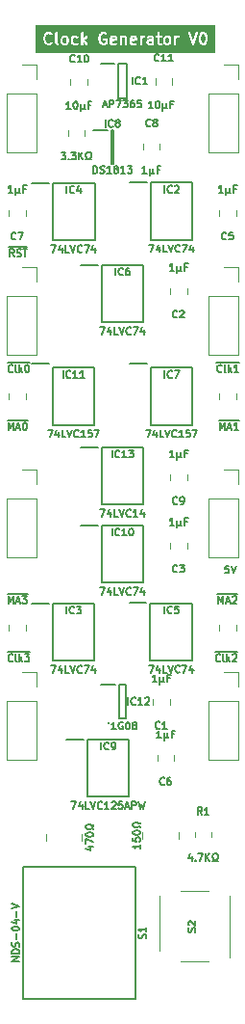
<source format=gbr>
%TF.GenerationSoftware,KiCad,Pcbnew,7.0.5*%
%TF.CreationDate,2024-01-03T11:58:52+02:00*%
%TF.ProjectId,Triple MPU Clock Generator,54726970-6c65-4204-9d50-5520436c6f63,rev?*%
%TF.SameCoordinates,Original*%
%TF.FileFunction,Legend,Top*%
%TF.FilePolarity,Positive*%
%FSLAX46Y46*%
G04 Gerber Fmt 4.6, Leading zero omitted, Abs format (unit mm)*
G04 Created by KiCad (PCBNEW 7.0.5) date 2024-01-03 11:58:52*
%MOMM*%
%LPD*%
G01*
G04 APERTURE LIST*
%ADD10C,0.150000*%
%ADD11C,0.200000*%
%ADD12C,0.100000*%
%ADD13C,0.120000*%
G04 APERTURE END LIST*
D10*
X108945934Y-109445486D02*
X108915696Y-109475725D01*
X108915696Y-109475725D02*
X108824982Y-109505963D01*
X108824982Y-109505963D02*
X108764506Y-109505963D01*
X108764506Y-109505963D02*
X108673791Y-109475725D01*
X108673791Y-109475725D02*
X108613315Y-109415248D01*
X108613315Y-109415248D02*
X108583077Y-109354772D01*
X108583077Y-109354772D02*
X108552839Y-109233820D01*
X108552839Y-109233820D02*
X108552839Y-109143105D01*
X108552839Y-109143105D02*
X108583077Y-109022153D01*
X108583077Y-109022153D02*
X108613315Y-108961677D01*
X108613315Y-108961677D02*
X108673791Y-108901201D01*
X108673791Y-108901201D02*
X108764506Y-108870963D01*
X108764506Y-108870963D02*
X108824982Y-108870963D01*
X108824982Y-108870963D02*
X108915696Y-108901201D01*
X108915696Y-108901201D02*
X108945934Y-108931439D01*
X109308791Y-109505963D02*
X109248315Y-109475725D01*
X109248315Y-109475725D02*
X109218077Y-109415248D01*
X109218077Y-109415248D02*
X109218077Y-108870963D01*
X109550696Y-109505963D02*
X109550696Y-108870963D01*
X109611172Y-109264058D02*
X109792601Y-109505963D01*
X109792601Y-109082629D02*
X109550696Y-109324534D01*
X110034506Y-108931439D02*
X110064744Y-108901201D01*
X110064744Y-108901201D02*
X110125220Y-108870963D01*
X110125220Y-108870963D02*
X110276411Y-108870963D01*
X110276411Y-108870963D02*
X110336887Y-108901201D01*
X110336887Y-108901201D02*
X110367125Y-108931439D01*
X110367125Y-108931439D02*
X110397363Y-108991915D01*
X110397363Y-108991915D02*
X110397363Y-109052391D01*
X110397363Y-109052391D02*
X110367125Y-109143105D01*
X110367125Y-109143105D02*
X110004268Y-109505963D01*
X110004268Y-109505963D02*
X110397363Y-109505963D01*
X108495387Y-108694675D02*
X110454816Y-108694675D01*
X90292874Y-89185963D02*
X90292874Y-88550963D01*
X90292874Y-88550963D02*
X90504541Y-89004534D01*
X90504541Y-89004534D02*
X90716207Y-88550963D01*
X90716207Y-88550963D02*
X90716207Y-89185963D01*
X90988350Y-89004534D02*
X91290731Y-89004534D01*
X90927874Y-89185963D02*
X91139540Y-88550963D01*
X91139540Y-88550963D02*
X91351207Y-89185963D01*
X91683826Y-88550963D02*
X91744303Y-88550963D01*
X91744303Y-88550963D02*
X91804779Y-88581201D01*
X91804779Y-88581201D02*
X91835017Y-88611439D01*
X91835017Y-88611439D02*
X91865255Y-88671915D01*
X91865255Y-88671915D02*
X91895493Y-88792867D01*
X91895493Y-88792867D02*
X91895493Y-88944058D01*
X91895493Y-88944058D02*
X91865255Y-89065010D01*
X91865255Y-89065010D02*
X91835017Y-89125486D01*
X91835017Y-89125486D02*
X91804779Y-89155725D01*
X91804779Y-89155725D02*
X91744303Y-89185963D01*
X91744303Y-89185963D02*
X91683826Y-89185963D01*
X91683826Y-89185963D02*
X91623350Y-89155725D01*
X91623350Y-89155725D02*
X91593112Y-89125486D01*
X91593112Y-89125486D02*
X91562874Y-89065010D01*
X91562874Y-89065010D02*
X91532636Y-88944058D01*
X91532636Y-88944058D02*
X91532636Y-88792867D01*
X91532636Y-88792867D02*
X91562874Y-88671915D01*
X91562874Y-88671915D02*
X91593112Y-88611439D01*
X91593112Y-88611439D02*
X91623350Y-88581201D01*
X91623350Y-88581201D02*
X91683826Y-88550963D01*
X90205184Y-88374675D02*
X91952946Y-88374675D01*
D11*
G36*
X95334286Y-54779356D02*
G01*
X95358955Y-54804025D01*
X95388760Y-54863633D01*
X95388760Y-55102136D01*
X95358956Y-55161743D01*
X95334285Y-55186414D01*
X95274678Y-55216219D01*
X95179033Y-55216219D01*
X95119426Y-55186415D01*
X95094755Y-55161743D01*
X95064951Y-55102135D01*
X95064951Y-54863634D01*
X95094755Y-54804025D01*
X95119425Y-54779355D01*
X95179033Y-54749552D01*
X95274678Y-54749552D01*
X95334286Y-54779356D01*
G37*
G36*
X99652320Y-54771706D02*
G01*
X99669771Y-54806607D01*
X99398285Y-54860904D01*
X99398285Y-54816015D01*
X99420439Y-54771706D01*
X99464748Y-54749552D01*
X99608012Y-54749552D01*
X99652320Y-54771706D01*
G37*
G36*
X101414225Y-54771706D02*
G01*
X101431676Y-54806607D01*
X101160190Y-54860904D01*
X101160190Y-54816015D01*
X101182344Y-54771706D01*
X101226653Y-54749552D01*
X101369917Y-54749552D01*
X101414225Y-54771706D01*
G37*
G36*
X102912571Y-55035333D02*
G01*
X102912571Y-55206796D01*
X102893727Y-55216219D01*
X102702844Y-55216219D01*
X102658535Y-55194064D01*
X102636381Y-55149755D01*
X102636381Y-55101729D01*
X102658535Y-55057420D01*
X102702844Y-55035266D01*
X102911948Y-55035266D01*
X102912571Y-55035333D01*
G37*
G36*
X104381907Y-54779356D02*
G01*
X104406577Y-54804025D01*
X104436381Y-54863634D01*
X104436381Y-55102135D01*
X104406577Y-55161743D01*
X104381906Y-55186414D01*
X104322299Y-55216219D01*
X104226654Y-55216219D01*
X104167047Y-55186415D01*
X104142376Y-55161743D01*
X104112572Y-55102135D01*
X104112572Y-54863634D01*
X104142376Y-54804025D01*
X104167046Y-54779355D01*
X104226654Y-54749552D01*
X104322299Y-54749552D01*
X104381907Y-54779356D01*
G37*
G36*
X107524765Y-54446023D02*
G01*
X107549435Y-54470692D01*
X107584886Y-54541596D01*
X107626858Y-54709481D01*
X107626858Y-54922954D01*
X107584886Y-55090841D01*
X107549435Y-55161743D01*
X107524764Y-55186414D01*
X107465157Y-55216219D01*
X107417131Y-55216219D01*
X107357524Y-55186415D01*
X107332853Y-55161743D01*
X107297401Y-55090840D01*
X107255430Y-54922954D01*
X107255430Y-54709483D01*
X107297401Y-54541595D01*
X107332853Y-54470692D01*
X107357523Y-54446022D01*
X107417131Y-54416219D01*
X107465157Y-54416219D01*
X107524765Y-54446023D01*
G37*
G36*
X108510192Y-56056857D02*
G01*
X92657808Y-56056857D01*
X92657808Y-54883414D01*
X93337005Y-54883414D01*
X93341141Y-54899957D01*
X93341141Y-54902026D01*
X93344620Y-54913876D01*
X93387425Y-55085096D01*
X93386186Y-55096581D01*
X93394407Y-55113024D01*
X93395233Y-55116326D01*
X93400818Y-55125846D01*
X93441328Y-55206865D01*
X93444905Y-55223308D01*
X93464387Y-55242790D01*
X93483157Y-55262969D01*
X93485049Y-55263452D01*
X93557094Y-55335498D01*
X93572138Y-55354183D01*
X93591523Y-55360644D01*
X93609463Y-55370441D01*
X93618889Y-55369766D01*
X93730955Y-55407121D01*
X93745111Y-55416219D01*
X93772666Y-55416219D01*
X93800203Y-55417215D01*
X93801883Y-55416219D01*
X93857172Y-55416219D01*
X93873479Y-55420373D01*
X93899618Y-55411659D01*
X93926059Y-55403896D01*
X93927338Y-55402419D01*
X94039077Y-55365172D01*
X94062518Y-55360073D01*
X94076970Y-55345620D01*
X94093750Y-55333959D01*
X94097361Y-55325228D01*
X94141067Y-55281522D01*
X94162028Y-55243133D01*
X94158357Y-55191819D01*
X94386186Y-55191819D01*
X94395324Y-55210096D01*
X94401083Y-55229708D01*
X94408223Y-55235895D01*
X94435543Y-55290535D01*
X94435406Y-55294420D01*
X94448550Y-55316550D01*
X94453366Y-55326182D01*
X94455869Y-55328873D01*
X94465395Y-55344911D01*
X94475477Y-55349952D01*
X94483157Y-55358208D01*
X94501233Y-55362830D01*
X94599756Y-55412092D01*
X94642805Y-55419839D01*
X94697050Y-55397341D01*
X94730520Y-55349088D01*
X94732590Y-55290399D01*
X94702601Y-55239908D01*
X94610914Y-55194064D01*
X94588760Y-55149755D01*
X94588760Y-54851216D01*
X94861331Y-54851216D01*
X94864951Y-54859944D01*
X94864951Y-55120356D01*
X94862377Y-55144200D01*
X94871515Y-55162476D01*
X94877274Y-55182089D01*
X94884415Y-55188277D01*
X94917519Y-55254484D01*
X94921096Y-55270927D01*
X94940579Y-55290410D01*
X94959348Y-55310588D01*
X94961240Y-55311071D01*
X94980612Y-55330444D01*
X94989205Y-55344911D01*
X95013843Y-55357230D01*
X95038034Y-55370440D01*
X95039983Y-55370300D01*
X95105888Y-55403253D01*
X95126064Y-55416219D01*
X95146499Y-55416219D01*
X95166615Y-55419839D01*
X95175343Y-55416219D01*
X95292899Y-55416219D01*
X95316742Y-55418793D01*
X95335018Y-55409654D01*
X95354631Y-55403896D01*
X95360819Y-55396754D01*
X95427027Y-55363650D01*
X95443471Y-55360073D01*
X95462956Y-55340587D01*
X95483130Y-55321822D01*
X95483614Y-55319928D01*
X95502987Y-55300555D01*
X95517452Y-55291964D01*
X95529769Y-55267329D01*
X95542981Y-55243133D01*
X95542841Y-55241185D01*
X95575794Y-55175280D01*
X95588760Y-55155105D01*
X95588760Y-55134669D01*
X95592380Y-55114554D01*
X95588760Y-55105825D01*
X95588760Y-54851216D01*
X95766093Y-54851216D01*
X95769713Y-54859944D01*
X95769712Y-55120356D01*
X95767139Y-55144200D01*
X95776277Y-55162476D01*
X95782036Y-55182089D01*
X95789177Y-55188277D01*
X95822281Y-55254484D01*
X95825858Y-55270927D01*
X95845341Y-55290410D01*
X95864110Y-55310588D01*
X95866002Y-55311071D01*
X95885374Y-55330444D01*
X95893967Y-55344911D01*
X95918605Y-55357230D01*
X95942796Y-55370440D01*
X95944745Y-55370300D01*
X96010650Y-55403253D01*
X96030826Y-55416219D01*
X96051261Y-55416219D01*
X96071377Y-55419839D01*
X96080105Y-55416219D01*
X96245280Y-55416219D01*
X96269123Y-55418793D01*
X96287399Y-55409654D01*
X96307012Y-55403896D01*
X96313200Y-55396754D01*
X96403485Y-55351612D01*
X96435511Y-55321822D01*
X96450060Y-55264927D01*
X96431540Y-55209199D01*
X96385830Y-55172329D01*
X96327444Y-55166026D01*
X96227059Y-55216219D01*
X96083795Y-55216219D01*
X96024188Y-55186415D01*
X95999517Y-55161743D01*
X95969713Y-55102135D01*
X95969713Y-55008350D01*
X96672635Y-55008350D01*
X96674475Y-55034079D01*
X96674475Y-55330598D01*
X96686798Y-55372566D01*
X96731180Y-55411023D01*
X96789307Y-55419380D01*
X96842726Y-55394985D01*
X96874475Y-55345582D01*
X96874475Y-55108282D01*
X97084054Y-55387722D01*
X97119094Y-55413903D01*
X97177673Y-55418039D01*
X97229189Y-55389849D01*
X97257287Y-55338281D01*
X97253045Y-55279710D01*
X97001750Y-54944649D01*
X97062986Y-54883414D01*
X98194149Y-54883414D01*
X98198285Y-54899957D01*
X98198285Y-54902026D01*
X98201764Y-54913876D01*
X98244569Y-55085096D01*
X98243330Y-55096581D01*
X98251551Y-55113024D01*
X98252377Y-55116326D01*
X98257962Y-55125846D01*
X98298472Y-55206865D01*
X98302049Y-55223308D01*
X98321531Y-55242790D01*
X98340301Y-55262969D01*
X98342193Y-55263452D01*
X98414238Y-55335498D01*
X98429282Y-55354183D01*
X98448667Y-55360644D01*
X98466607Y-55370441D01*
X98476033Y-55369766D01*
X98588099Y-55407121D01*
X98602255Y-55416219D01*
X98629810Y-55416219D01*
X98657347Y-55417215D01*
X98659027Y-55416219D01*
X98714316Y-55416219D01*
X98730623Y-55420373D01*
X98756762Y-55411659D01*
X98783203Y-55403896D01*
X98784482Y-55402419D01*
X98896221Y-55365172D01*
X98919662Y-55360073D01*
X98934114Y-55345620D01*
X98950894Y-55333959D01*
X98954505Y-55325228D01*
X98975284Y-55304449D01*
X98985583Y-55299746D01*
X98995646Y-55284086D01*
X98998211Y-55281522D01*
X99003388Y-55272040D01*
X99017332Y-55250343D01*
X99017332Y-55246502D01*
X99019172Y-55243133D01*
X99017332Y-55217409D01*
X99017332Y-54894801D01*
X99020493Y-54872815D01*
X99011266Y-54852611D01*
X99005009Y-54831300D01*
X98999258Y-54826317D01*
X98996098Y-54819396D01*
X98977412Y-54807387D01*
X98973038Y-54803597D01*
X99194665Y-54803597D01*
X99198285Y-54812325D01*
X99198284Y-54956463D01*
X99196831Y-54959023D01*
X99198285Y-54985625D01*
X99198285Y-55167975D01*
X99195711Y-55191819D01*
X99204849Y-55210096D01*
X99210608Y-55229708D01*
X99217748Y-55235895D01*
X99245068Y-55290535D01*
X99244931Y-55294420D01*
X99258075Y-55316550D01*
X99262891Y-55326182D01*
X99265394Y-55328873D01*
X99274920Y-55344911D01*
X99285002Y-55349952D01*
X99292682Y-55358208D01*
X99310758Y-55362830D01*
X99391603Y-55403253D01*
X99411779Y-55416219D01*
X99432214Y-55416219D01*
X99452330Y-55419839D01*
X99461058Y-55416219D01*
X99626233Y-55416219D01*
X99650076Y-55418793D01*
X99668352Y-55409654D01*
X99687965Y-55403896D01*
X99694153Y-55396754D01*
X99784438Y-55351612D01*
X99816464Y-55321822D01*
X99831013Y-55264927D01*
X99812493Y-55209199D01*
X99766783Y-55172329D01*
X99708397Y-55166026D01*
X99608012Y-55216219D01*
X99464748Y-55216219D01*
X99420439Y-55194064D01*
X99398285Y-55149755D01*
X99398285Y-55064865D01*
X99777243Y-54989073D01*
X99789307Y-54990808D01*
X99805464Y-54983429D01*
X99808186Y-54982885D01*
X99818496Y-54977477D01*
X99842726Y-54966413D01*
X99844317Y-54963937D01*
X99846922Y-54962571D01*
X99860072Y-54939421D01*
X99874475Y-54917010D01*
X99874475Y-54914066D01*
X99875928Y-54911509D01*
X99874475Y-54884925D01*
X99874475Y-54797793D01*
X99877049Y-54773950D01*
X99867910Y-54755672D01*
X99862152Y-54736062D01*
X99855010Y-54729874D01*
X99851391Y-54722636D01*
X100101207Y-54722636D01*
X100103047Y-54748365D01*
X100103047Y-55330598D01*
X100115370Y-55372566D01*
X100159752Y-55411023D01*
X100217879Y-55419380D01*
X100271298Y-55394985D01*
X100303047Y-55345582D01*
X100303047Y-54786211D01*
X100309902Y-54779355D01*
X100369510Y-54749552D01*
X100465155Y-54749552D01*
X100509463Y-54771706D01*
X100531618Y-54816015D01*
X100531618Y-55330598D01*
X100543941Y-55372566D01*
X100588323Y-55411023D01*
X100646450Y-55419380D01*
X100699869Y-55394985D01*
X100731618Y-55345582D01*
X100731618Y-54803597D01*
X100956570Y-54803597D01*
X100960190Y-54812325D01*
X100960190Y-54956463D01*
X100958736Y-54959023D01*
X100960190Y-54985625D01*
X100960190Y-55167975D01*
X100957616Y-55191819D01*
X100966754Y-55210096D01*
X100972513Y-55229708D01*
X100979653Y-55235895D01*
X101006973Y-55290535D01*
X101006836Y-55294420D01*
X101019980Y-55316550D01*
X101024796Y-55326182D01*
X101027299Y-55328873D01*
X101036825Y-55344911D01*
X101046907Y-55349952D01*
X101054587Y-55358208D01*
X101072663Y-55362830D01*
X101153508Y-55403253D01*
X101173684Y-55416219D01*
X101194119Y-55416219D01*
X101214235Y-55419839D01*
X101222963Y-55416219D01*
X101388138Y-55416219D01*
X101411981Y-55418793D01*
X101430257Y-55409654D01*
X101449870Y-55403896D01*
X101456058Y-55396754D01*
X101546343Y-55351612D01*
X101578369Y-55321822D01*
X101592918Y-55264927D01*
X101574398Y-55209199D01*
X101528688Y-55172329D01*
X101470302Y-55166026D01*
X101369917Y-55216219D01*
X101226653Y-55216219D01*
X101182344Y-55194064D01*
X101160190Y-55149755D01*
X101160190Y-55064865D01*
X101539148Y-54989073D01*
X101551212Y-54990808D01*
X101567369Y-54983429D01*
X101570091Y-54982885D01*
X101580401Y-54977477D01*
X101604631Y-54966413D01*
X101606222Y-54963937D01*
X101608827Y-54962571D01*
X101621977Y-54939421D01*
X101636380Y-54917010D01*
X101636379Y-54914066D01*
X101637833Y-54911509D01*
X101636380Y-54884925D01*
X101636380Y-54851216D01*
X101861332Y-54851216D01*
X101864952Y-54859944D01*
X101864952Y-55330598D01*
X101877275Y-55372566D01*
X101921657Y-55411023D01*
X101979784Y-55419380D01*
X102033203Y-55394985D01*
X102064952Y-55345582D01*
X102064951Y-55089311D01*
X102432761Y-55089311D01*
X102436381Y-55098039D01*
X102436381Y-55167975D01*
X102433807Y-55191819D01*
X102442945Y-55210096D01*
X102448704Y-55229708D01*
X102455844Y-55235895D01*
X102483164Y-55290535D01*
X102483027Y-55294420D01*
X102496171Y-55316550D01*
X102500987Y-55326182D01*
X102503490Y-55328873D01*
X102513016Y-55344911D01*
X102523098Y-55349952D01*
X102530778Y-55358208D01*
X102548854Y-55362830D01*
X102629699Y-55403253D01*
X102649875Y-55416219D01*
X102670310Y-55416219D01*
X102690426Y-55419839D01*
X102699154Y-55416219D01*
X102911948Y-55416219D01*
X102935791Y-55418793D01*
X102954067Y-55409654D01*
X102964247Y-55406665D01*
X102969276Y-55411023D01*
X103027403Y-55419380D01*
X103080822Y-55394985D01*
X103112571Y-55345582D01*
X103112571Y-55281183D01*
X103116728Y-55264927D01*
X103112571Y-55252418D01*
X103112571Y-54900230D01*
X103116728Y-54883974D01*
X103112571Y-54871465D01*
X103112571Y-54797793D01*
X103115145Y-54773950D01*
X103106006Y-54755672D01*
X103100248Y-54736062D01*
X103093106Y-54729874D01*
X103065787Y-54675236D01*
X103065925Y-54671351D01*
X103061787Y-54664384D01*
X103242744Y-54664384D01*
X103267139Y-54717803D01*
X103316542Y-54749552D01*
X103388762Y-54749552D01*
X103388762Y-55167975D01*
X103386188Y-55191819D01*
X103395326Y-55210096D01*
X103401085Y-55229708D01*
X103408225Y-55235895D01*
X103435545Y-55290535D01*
X103435408Y-55294420D01*
X103448552Y-55316550D01*
X103453368Y-55326182D01*
X103455871Y-55328873D01*
X103465397Y-55344911D01*
X103475479Y-55349952D01*
X103483159Y-55358208D01*
X103501235Y-55362830D01*
X103582080Y-55403253D01*
X103602256Y-55416219D01*
X103622691Y-55416219D01*
X103642807Y-55419839D01*
X103651535Y-55416219D01*
X103741236Y-55416219D01*
X103783204Y-55403896D01*
X103821661Y-55359514D01*
X103830018Y-55301387D01*
X103805623Y-55247968D01*
X103756220Y-55216219D01*
X103655225Y-55216219D01*
X103610916Y-55194064D01*
X103588762Y-55149755D01*
X103588762Y-54851216D01*
X103908952Y-54851216D01*
X103912572Y-54859944D01*
X103912572Y-55120356D01*
X103909998Y-55144200D01*
X103919136Y-55162476D01*
X103924895Y-55182089D01*
X103932036Y-55188277D01*
X103965140Y-55254484D01*
X103968717Y-55270927D01*
X103988200Y-55290410D01*
X104006969Y-55310588D01*
X104008861Y-55311071D01*
X104028233Y-55330444D01*
X104036826Y-55344911D01*
X104061464Y-55357230D01*
X104085655Y-55370440D01*
X104087604Y-55370300D01*
X104153509Y-55403253D01*
X104173685Y-55416219D01*
X104194120Y-55416219D01*
X104214236Y-55419839D01*
X104222964Y-55416219D01*
X104340520Y-55416219D01*
X104364363Y-55418793D01*
X104382639Y-55409654D01*
X104402252Y-55403896D01*
X104408440Y-55396754D01*
X104474648Y-55363650D01*
X104491092Y-55360073D01*
X104510577Y-55340587D01*
X104530751Y-55321822D01*
X104531235Y-55319928D01*
X104550608Y-55300555D01*
X104565073Y-55291964D01*
X104577390Y-55267329D01*
X104590602Y-55243133D01*
X104590462Y-55241185D01*
X104623415Y-55175280D01*
X104636381Y-55155105D01*
X104636381Y-55134669D01*
X104640001Y-55114554D01*
X104636381Y-55105825D01*
X104636380Y-54851216D01*
X104861333Y-54851216D01*
X104864953Y-54859944D01*
X104864953Y-55330598D01*
X104877276Y-55372566D01*
X104921658Y-55411023D01*
X104979785Y-55419380D01*
X105033204Y-55394985D01*
X105064953Y-55345582D01*
X105064953Y-54863634D01*
X105094757Y-54804025D01*
X105119427Y-54779355D01*
X105179035Y-54749552D01*
X105265046Y-54749552D01*
X105307014Y-54737229D01*
X105345471Y-54692847D01*
X105353828Y-54634720D01*
X105329433Y-54581301D01*
X105280030Y-54549552D01*
X105160813Y-54549552D01*
X105136970Y-54546978D01*
X105118692Y-54556116D01*
X105099082Y-54561875D01*
X105092894Y-54569016D01*
X105049661Y-54590632D01*
X105008248Y-54554748D01*
X104950121Y-54546391D01*
X104896702Y-54570786D01*
X104864953Y-54620189D01*
X104864953Y-54831100D01*
X104861333Y-54851216D01*
X104636380Y-54851216D01*
X104636380Y-54845412D01*
X104638955Y-54821569D01*
X104629816Y-54803291D01*
X104624058Y-54783681D01*
X104616916Y-54777493D01*
X104583811Y-54711282D01*
X104580235Y-54694842D01*
X104560760Y-54675367D01*
X104541984Y-54655181D01*
X104540089Y-54654696D01*
X104520719Y-54635326D01*
X104512127Y-54620860D01*
X104487492Y-54608542D01*
X104463297Y-54595331D01*
X104461347Y-54595470D01*
X104395446Y-54562519D01*
X104375268Y-54549552D01*
X104354832Y-54549552D01*
X104334717Y-54545932D01*
X104325989Y-54549552D01*
X104208432Y-54549552D01*
X104184589Y-54546978D01*
X104166311Y-54556116D01*
X104146701Y-54561875D01*
X104140513Y-54569016D01*
X104074302Y-54602121D01*
X104057862Y-54605698D01*
X104038387Y-54625172D01*
X104018201Y-54643949D01*
X104017716Y-54645843D01*
X103998346Y-54665213D01*
X103983880Y-54673806D01*
X103971562Y-54698440D01*
X103958351Y-54722636D01*
X103958490Y-54724585D01*
X103925539Y-54790486D01*
X103912572Y-54810665D01*
X103912572Y-54831100D01*
X103908952Y-54851216D01*
X103588762Y-54851216D01*
X103588762Y-54749552D01*
X103741236Y-54749552D01*
X103783204Y-54737229D01*
X103821661Y-54692847D01*
X103830018Y-54634720D01*
X103805623Y-54581301D01*
X103756220Y-54549552D01*
X103588762Y-54549552D01*
X103588762Y-54319986D01*
X106098895Y-54319986D01*
X106435793Y-55330679D01*
X106435386Y-55341949D01*
X106444901Y-55358002D01*
X106446061Y-55361482D01*
X106452195Y-55370309D01*
X106465329Y-55392467D01*
X106468805Y-55394209D01*
X106471023Y-55397400D01*
X106494814Y-55407242D01*
X106517831Y-55418776D01*
X106521694Y-55418362D01*
X106525288Y-55419849D01*
X106550618Y-55415266D01*
X106576223Y-55412526D01*
X106579253Y-55410086D01*
X106583075Y-55409395D01*
X106601901Y-55391851D01*
X106621965Y-55375698D01*
X106623194Y-55372009D01*
X106626038Y-55369360D01*
X106632394Y-55344409D01*
X106770186Y-54931033D01*
X107051294Y-54931033D01*
X107055430Y-54947576D01*
X107055430Y-54949645D01*
X107058909Y-54961495D01*
X107101714Y-55132715D01*
X107100475Y-55144200D01*
X107108696Y-55160642D01*
X107109522Y-55163945D01*
X107115107Y-55173465D01*
X107155617Y-55254484D01*
X107159194Y-55270927D01*
X107178677Y-55290410D01*
X107197446Y-55310588D01*
X107199338Y-55311071D01*
X107218710Y-55330444D01*
X107227303Y-55344911D01*
X107251941Y-55357230D01*
X107276132Y-55370440D01*
X107278081Y-55370300D01*
X107343986Y-55403253D01*
X107364162Y-55416219D01*
X107384597Y-55416219D01*
X107404713Y-55419839D01*
X107413441Y-55416219D01*
X107483378Y-55416219D01*
X107507221Y-55418793D01*
X107525497Y-55409654D01*
X107545110Y-55403896D01*
X107551298Y-55396754D01*
X107617506Y-55363650D01*
X107633950Y-55360073D01*
X107653435Y-55340587D01*
X107673609Y-55321822D01*
X107674093Y-55319928D01*
X107693466Y-55300555D01*
X107707931Y-55291964D01*
X107720248Y-55267329D01*
X107733460Y-55243133D01*
X107733320Y-55241185D01*
X107760715Y-55186395D01*
X107769132Y-55178482D01*
X107773591Y-55160643D01*
X107775112Y-55157603D01*
X107777065Y-55146748D01*
X107819881Y-54975485D01*
X107826858Y-54964629D01*
X107826858Y-54947578D01*
X107827360Y-54945570D01*
X107826858Y-54933223D01*
X107826858Y-54713629D01*
X107830994Y-54701404D01*
X107826858Y-54684859D01*
X107826858Y-54682792D01*
X107823378Y-54670941D01*
X107780573Y-54499720D01*
X107781813Y-54488236D01*
X107773591Y-54471792D01*
X107772766Y-54468492D01*
X107767182Y-54458975D01*
X107726669Y-54377949D01*
X107723093Y-54361509D01*
X107703618Y-54342034D01*
X107684842Y-54321848D01*
X107682947Y-54321363D01*
X107663577Y-54301993D01*
X107654985Y-54287527D01*
X107630350Y-54275209D01*
X107606155Y-54261998D01*
X107604205Y-54262137D01*
X107538304Y-54229186D01*
X107518126Y-54216219D01*
X107497690Y-54216219D01*
X107477575Y-54212599D01*
X107468847Y-54216219D01*
X107398909Y-54216219D01*
X107375066Y-54213645D01*
X107356788Y-54222783D01*
X107337178Y-54228542D01*
X107330990Y-54235683D01*
X107264779Y-54268788D01*
X107248339Y-54272365D01*
X107228864Y-54291839D01*
X107208678Y-54310616D01*
X107208193Y-54312510D01*
X107188823Y-54331880D01*
X107174357Y-54340473D01*
X107162039Y-54365107D01*
X107148828Y-54389303D01*
X107148967Y-54391252D01*
X107121573Y-54446040D01*
X107113156Y-54453955D01*
X107108695Y-54471795D01*
X107107176Y-54474835D01*
X107105223Y-54485686D01*
X107062406Y-54656951D01*
X107055430Y-54667808D01*
X107055430Y-54684859D01*
X107054928Y-54686867D01*
X107055430Y-54699213D01*
X107055430Y-54918807D01*
X107051294Y-54931033D01*
X106770186Y-54931033D01*
X106969130Y-54334201D01*
X106970711Y-54290490D01*
X106940768Y-54239972D01*
X106888266Y-54213662D01*
X106829874Y-54219913D01*
X106784132Y-54256740D01*
X106536382Y-54999990D01*
X106293370Y-54270955D01*
X106268408Y-54235038D01*
X106214143Y-54212589D01*
X106156356Y-54223042D01*
X106113392Y-54263078D01*
X106098895Y-54319986D01*
X103588762Y-54319986D01*
X103588762Y-54301840D01*
X103576439Y-54259872D01*
X103532057Y-54221415D01*
X103473930Y-54213058D01*
X103420511Y-54237453D01*
X103388762Y-54286856D01*
X103388762Y-54549552D01*
X103331526Y-54549552D01*
X103289558Y-54561875D01*
X103251101Y-54606257D01*
X103242744Y-54664384D01*
X103061787Y-54664384D01*
X103052775Y-54649211D01*
X103047964Y-54639589D01*
X103045463Y-54636900D01*
X103035936Y-54620860D01*
X103025854Y-54615819D01*
X103018174Y-54607562D01*
X103000093Y-54602938D01*
X102919255Y-54562519D01*
X102899077Y-54549552D01*
X102878641Y-54549552D01*
X102858526Y-54545932D01*
X102849798Y-54549552D01*
X102684622Y-54549552D01*
X102660779Y-54546978D01*
X102642501Y-54556116D01*
X102622891Y-54561875D01*
X102616703Y-54569016D01*
X102526418Y-54614159D01*
X102494391Y-54643949D01*
X102479843Y-54700844D01*
X102498363Y-54756572D01*
X102544072Y-54793442D01*
X102602458Y-54799745D01*
X102702844Y-54749552D01*
X102846108Y-54749552D01*
X102890416Y-54771706D01*
X102912571Y-54816015D01*
X102912571Y-54825843D01*
X102893727Y-54835266D01*
X102684622Y-54835266D01*
X102660779Y-54832692D01*
X102642501Y-54841830D01*
X102622891Y-54847589D01*
X102616703Y-54854730D01*
X102562065Y-54882049D01*
X102558180Y-54881912D01*
X102536040Y-54895061D01*
X102526418Y-54899873D01*
X102523729Y-54902373D01*
X102507689Y-54911901D01*
X102502648Y-54921982D01*
X102494391Y-54929663D01*
X102489767Y-54947743D01*
X102449348Y-55028581D01*
X102436381Y-55048760D01*
X102436381Y-55069195D01*
X102432761Y-55089311D01*
X102064951Y-55089311D01*
X102064951Y-54863634D01*
X102094756Y-54804025D01*
X102119426Y-54779355D01*
X102179034Y-54749552D01*
X102265045Y-54749552D01*
X102307013Y-54737229D01*
X102345470Y-54692847D01*
X102353827Y-54634720D01*
X102329432Y-54581301D01*
X102280029Y-54549552D01*
X102160812Y-54549552D01*
X102136969Y-54546978D01*
X102118691Y-54556116D01*
X102099081Y-54561875D01*
X102092893Y-54569016D01*
X102049660Y-54590632D01*
X102008247Y-54554748D01*
X101950120Y-54546391D01*
X101896701Y-54570786D01*
X101864952Y-54620189D01*
X101864952Y-54831100D01*
X101861332Y-54851216D01*
X101636380Y-54851216D01*
X101636380Y-54797793D01*
X101638954Y-54773950D01*
X101629815Y-54755672D01*
X101624057Y-54736062D01*
X101616915Y-54729874D01*
X101589596Y-54675236D01*
X101589734Y-54671351D01*
X101576584Y-54649211D01*
X101571773Y-54639589D01*
X101569272Y-54636900D01*
X101559745Y-54620860D01*
X101549663Y-54615819D01*
X101541983Y-54607562D01*
X101523902Y-54602938D01*
X101443064Y-54562519D01*
X101422886Y-54549552D01*
X101402450Y-54549552D01*
X101382335Y-54545932D01*
X101373607Y-54549552D01*
X101208431Y-54549552D01*
X101184588Y-54546978D01*
X101166310Y-54556116D01*
X101146700Y-54561875D01*
X101140512Y-54569016D01*
X101085874Y-54596335D01*
X101081989Y-54596198D01*
X101059849Y-54609347D01*
X101050227Y-54614159D01*
X101047538Y-54616659D01*
X101031498Y-54626187D01*
X101026457Y-54636268D01*
X101018200Y-54643949D01*
X101013576Y-54662029D01*
X100973157Y-54742867D01*
X100960190Y-54763046D01*
X100960190Y-54783481D01*
X100956570Y-54803597D01*
X100731618Y-54803597D01*
X100731618Y-54797793D01*
X100734192Y-54773950D01*
X100725053Y-54755672D01*
X100719295Y-54736062D01*
X100712153Y-54729874D01*
X100684834Y-54675236D01*
X100684972Y-54671351D01*
X100671822Y-54649211D01*
X100667011Y-54639589D01*
X100664510Y-54636900D01*
X100654983Y-54620860D01*
X100644901Y-54615819D01*
X100637221Y-54607562D01*
X100619140Y-54602938D01*
X100538302Y-54562519D01*
X100518124Y-54549552D01*
X100497688Y-54549552D01*
X100477573Y-54545932D01*
X100468845Y-54549552D01*
X100351288Y-54549552D01*
X100327445Y-54546978D01*
X100309167Y-54556116D01*
X100289557Y-54561875D01*
X100283369Y-54569016D01*
X100270331Y-54575534D01*
X100246342Y-54554748D01*
X100188215Y-54546391D01*
X100134796Y-54570786D01*
X100103047Y-54620189D01*
X100103047Y-54719266D01*
X100101207Y-54722636D01*
X99851391Y-54722636D01*
X99827691Y-54675236D01*
X99827829Y-54671351D01*
X99814679Y-54649211D01*
X99809868Y-54639589D01*
X99807367Y-54636900D01*
X99797840Y-54620860D01*
X99787758Y-54615819D01*
X99780078Y-54607562D01*
X99761997Y-54602938D01*
X99681159Y-54562519D01*
X99660981Y-54549552D01*
X99640545Y-54549552D01*
X99620430Y-54545932D01*
X99611702Y-54549552D01*
X99446526Y-54549552D01*
X99422683Y-54546978D01*
X99404405Y-54556116D01*
X99384795Y-54561875D01*
X99378607Y-54569016D01*
X99323969Y-54596335D01*
X99320084Y-54596198D01*
X99297944Y-54609347D01*
X99288322Y-54614159D01*
X99285633Y-54616659D01*
X99269593Y-54626187D01*
X99264552Y-54636268D01*
X99256295Y-54643949D01*
X99251671Y-54662029D01*
X99211252Y-54742867D01*
X99198285Y-54763046D01*
X99198285Y-54783481D01*
X99194665Y-54803597D01*
X98973038Y-54803597D01*
X98960627Y-54792843D01*
X98953095Y-54791760D01*
X98946695Y-54787647D01*
X98924486Y-54787647D01*
X98902500Y-54784486D01*
X98895578Y-54787647D01*
X98712477Y-54787647D01*
X98670509Y-54799970D01*
X98632052Y-54844352D01*
X98623695Y-54902479D01*
X98648090Y-54955898D01*
X98697493Y-54987647D01*
X98817332Y-54987647D01*
X98817332Y-55179559D01*
X98815694Y-55181196D01*
X98710629Y-55216219D01*
X98647845Y-55216219D01*
X98542779Y-55181197D01*
X98475708Y-55114124D01*
X98440256Y-55043221D01*
X98398285Y-54875335D01*
X98398285Y-54757102D01*
X98440256Y-54589214D01*
X98475708Y-54518311D01*
X98542778Y-54451241D01*
X98647844Y-54416219D01*
X98750869Y-54416219D01*
X98837852Y-54459711D01*
X98880901Y-54467458D01*
X98935146Y-54444960D01*
X98968616Y-54396707D01*
X98970686Y-54338018D01*
X98940697Y-54287527D01*
X98824016Y-54229186D01*
X98803838Y-54216219D01*
X98783402Y-54216219D01*
X98763287Y-54212599D01*
X98754559Y-54216219D01*
X98644156Y-54216219D01*
X98627851Y-54212065D01*
X98601710Y-54220778D01*
X98575271Y-54228542D01*
X98573991Y-54230018D01*
X98462253Y-54267264D01*
X98438813Y-54272364D01*
X98424360Y-54286816D01*
X98407580Y-54298479D01*
X98403968Y-54307208D01*
X98331677Y-54379500D01*
X98317212Y-54388092D01*
X98304894Y-54412726D01*
X98291683Y-54436922D01*
X98291822Y-54438871D01*
X98264428Y-54493659D01*
X98256011Y-54501574D01*
X98251551Y-54519413D01*
X98250031Y-54522454D01*
X98248078Y-54533305D01*
X98205261Y-54704570D01*
X98198285Y-54715427D01*
X98198285Y-54732478D01*
X98197783Y-54734486D01*
X98198285Y-54746832D01*
X98198285Y-54871188D01*
X98194149Y-54883414D01*
X97062986Y-54883414D01*
X97236305Y-54710096D01*
X97257267Y-54671706D01*
X97253077Y-54613130D01*
X97217885Y-54566119D01*
X97162862Y-54545596D01*
X97105479Y-54558079D01*
X96874475Y-54789083D01*
X96874475Y-54301840D01*
X96862152Y-54259872D01*
X96817770Y-54221415D01*
X96759643Y-54213058D01*
X96706224Y-54237453D01*
X96674475Y-54286856D01*
X96674475Y-55004980D01*
X96672635Y-55008350D01*
X95969713Y-55008350D01*
X95969713Y-54863634D01*
X95999517Y-54804025D01*
X96024186Y-54779356D01*
X96083795Y-54749552D01*
X96227059Y-54749552D01*
X96314042Y-54793044D01*
X96357091Y-54800791D01*
X96411336Y-54778293D01*
X96444806Y-54730040D01*
X96446876Y-54671351D01*
X96416887Y-54620860D01*
X96300206Y-54562519D01*
X96280028Y-54549552D01*
X96259592Y-54549552D01*
X96239477Y-54545932D01*
X96230749Y-54549552D01*
X96065573Y-54549552D01*
X96041730Y-54546978D01*
X96023452Y-54556116D01*
X96003842Y-54561875D01*
X95997654Y-54569016D01*
X95931443Y-54602121D01*
X95915003Y-54605698D01*
X95895528Y-54625172D01*
X95875342Y-54643949D01*
X95874857Y-54645843D01*
X95855487Y-54665213D01*
X95841021Y-54673806D01*
X95828703Y-54698440D01*
X95815492Y-54722636D01*
X95815631Y-54724585D01*
X95782680Y-54790486D01*
X95769713Y-54810665D01*
X95769713Y-54831100D01*
X95766093Y-54851216D01*
X95588760Y-54851216D01*
X95588760Y-54845412D01*
X95591334Y-54821569D01*
X95582195Y-54803291D01*
X95576437Y-54783681D01*
X95569295Y-54777493D01*
X95536190Y-54711282D01*
X95532614Y-54694842D01*
X95513139Y-54675367D01*
X95494363Y-54655181D01*
X95492468Y-54654696D01*
X95473098Y-54635326D01*
X95464506Y-54620860D01*
X95439871Y-54608542D01*
X95415676Y-54595331D01*
X95413726Y-54595470D01*
X95347825Y-54562519D01*
X95327647Y-54549552D01*
X95307211Y-54549552D01*
X95287096Y-54545932D01*
X95278368Y-54549552D01*
X95160811Y-54549552D01*
X95136968Y-54546978D01*
X95118690Y-54556116D01*
X95099080Y-54561875D01*
X95092892Y-54569016D01*
X95026681Y-54602121D01*
X95010241Y-54605698D01*
X94990766Y-54625172D01*
X94970580Y-54643949D01*
X94970095Y-54645843D01*
X94950725Y-54665213D01*
X94936259Y-54673806D01*
X94923941Y-54698440D01*
X94910730Y-54722636D01*
X94910869Y-54724585D01*
X94877918Y-54790486D01*
X94864951Y-54810665D01*
X94864951Y-54831100D01*
X94861331Y-54851216D01*
X94588760Y-54851216D01*
X94588760Y-54301840D01*
X94576437Y-54259872D01*
X94532055Y-54221415D01*
X94473928Y-54213058D01*
X94420509Y-54237453D01*
X94388760Y-54286856D01*
X94388760Y-55167975D01*
X94386186Y-55191819D01*
X94158357Y-55191819D01*
X94157838Y-55184557D01*
X94122645Y-55137546D01*
X94067622Y-55117023D01*
X94010239Y-55129507D01*
X93958550Y-55181196D01*
X93853485Y-55216219D01*
X93790701Y-55216219D01*
X93685635Y-55181197D01*
X93618564Y-55114124D01*
X93583112Y-55043221D01*
X93541141Y-54875335D01*
X93541141Y-54757102D01*
X93583112Y-54589214D01*
X93618564Y-54518311D01*
X93685634Y-54451241D01*
X93790700Y-54416219D01*
X93853484Y-54416219D01*
X93958551Y-54451241D01*
X93999645Y-54492335D01*
X94038034Y-54513297D01*
X94096610Y-54509107D01*
X94143621Y-54473915D01*
X94164144Y-54418892D01*
X94151661Y-54361509D01*
X94087085Y-54296933D01*
X94072047Y-54278255D01*
X94052661Y-54271793D01*
X94034723Y-54261998D01*
X94025298Y-54262672D01*
X93913230Y-54225316D01*
X93899075Y-54216219D01*
X93871520Y-54216219D01*
X93843982Y-54215223D01*
X93842302Y-54216219D01*
X93787012Y-54216219D01*
X93770707Y-54212065D01*
X93744566Y-54220778D01*
X93718127Y-54228542D01*
X93716847Y-54230018D01*
X93605109Y-54267264D01*
X93581669Y-54272364D01*
X93567216Y-54286816D01*
X93550436Y-54298479D01*
X93546824Y-54307208D01*
X93474533Y-54379500D01*
X93460068Y-54388092D01*
X93447750Y-54412726D01*
X93434539Y-54436922D01*
X93434678Y-54438871D01*
X93407284Y-54493659D01*
X93398867Y-54501574D01*
X93394407Y-54519413D01*
X93392887Y-54522454D01*
X93390934Y-54533305D01*
X93348117Y-54704570D01*
X93341141Y-54715427D01*
X93341141Y-54732478D01*
X93340639Y-54734486D01*
X93341141Y-54746832D01*
X93341141Y-54871188D01*
X93337005Y-54883414D01*
X92657808Y-54883414D01*
X92657808Y-53671143D01*
X108510192Y-53671143D01*
X108510192Y-56056857D01*
G37*
D10*
X90292874Y-104425963D02*
X90292874Y-103790963D01*
X90292874Y-103790963D02*
X90504541Y-104244534D01*
X90504541Y-104244534D02*
X90716207Y-103790963D01*
X90716207Y-103790963D02*
X90716207Y-104425963D01*
X90988350Y-104244534D02*
X91290731Y-104244534D01*
X90927874Y-104425963D02*
X91139540Y-103790963D01*
X91139540Y-103790963D02*
X91351207Y-104425963D01*
X91502398Y-103790963D02*
X91895493Y-103790963D01*
X91895493Y-103790963D02*
X91683826Y-104032867D01*
X91683826Y-104032867D02*
X91774541Y-104032867D01*
X91774541Y-104032867D02*
X91835017Y-104063105D01*
X91835017Y-104063105D02*
X91865255Y-104093344D01*
X91865255Y-104093344D02*
X91895493Y-104153820D01*
X91895493Y-104153820D02*
X91895493Y-104305010D01*
X91895493Y-104305010D02*
X91865255Y-104365486D01*
X91865255Y-104365486D02*
X91835017Y-104395725D01*
X91835017Y-104395725D02*
X91774541Y-104425963D01*
X91774541Y-104425963D02*
X91593112Y-104425963D01*
X91593112Y-104425963D02*
X91532636Y-104395725D01*
X91532636Y-104395725D02*
X91502398Y-104365486D01*
X90205184Y-103614675D02*
X91952946Y-103614675D01*
X108921744Y-89185963D02*
X108921744Y-88550963D01*
X108921744Y-88550963D02*
X109133411Y-89004534D01*
X109133411Y-89004534D02*
X109345077Y-88550963D01*
X109345077Y-88550963D02*
X109345077Y-89185963D01*
X109617220Y-89004534D02*
X109919601Y-89004534D01*
X109556744Y-89185963D02*
X109768410Y-88550963D01*
X109768410Y-88550963D02*
X109980077Y-89185963D01*
X110524363Y-89185963D02*
X110161506Y-89185963D01*
X110342934Y-89185963D02*
X110342934Y-88550963D01*
X110342934Y-88550963D02*
X110282458Y-88641677D01*
X110282458Y-88641677D02*
X110221982Y-88702153D01*
X110221982Y-88702153D02*
X110161506Y-88732391D01*
X108834054Y-88374675D02*
X110581816Y-88374675D01*
X109072934Y-84045486D02*
X109042696Y-84075725D01*
X109042696Y-84075725D02*
X108951982Y-84105963D01*
X108951982Y-84105963D02*
X108891506Y-84105963D01*
X108891506Y-84105963D02*
X108800791Y-84075725D01*
X108800791Y-84075725D02*
X108740315Y-84015248D01*
X108740315Y-84015248D02*
X108710077Y-83954772D01*
X108710077Y-83954772D02*
X108679839Y-83833820D01*
X108679839Y-83833820D02*
X108679839Y-83743105D01*
X108679839Y-83743105D02*
X108710077Y-83622153D01*
X108710077Y-83622153D02*
X108740315Y-83561677D01*
X108740315Y-83561677D02*
X108800791Y-83501201D01*
X108800791Y-83501201D02*
X108891506Y-83470963D01*
X108891506Y-83470963D02*
X108951982Y-83470963D01*
X108951982Y-83470963D02*
X109042696Y-83501201D01*
X109042696Y-83501201D02*
X109072934Y-83531439D01*
X109435791Y-84105963D02*
X109375315Y-84075725D01*
X109375315Y-84075725D02*
X109345077Y-84015248D01*
X109345077Y-84015248D02*
X109345077Y-83470963D01*
X109677696Y-84105963D02*
X109677696Y-83470963D01*
X109738172Y-83864058D02*
X109919601Y-84105963D01*
X109919601Y-83682629D02*
X109677696Y-83924534D01*
X110524363Y-84105963D02*
X110161506Y-84105963D01*
X110342934Y-84105963D02*
X110342934Y-83470963D01*
X110342934Y-83470963D02*
X110282458Y-83561677D01*
X110282458Y-83561677D02*
X110221982Y-83622153D01*
X110221982Y-83622153D02*
X110161506Y-83652391D01*
X108622387Y-83294675D02*
X110581816Y-83294675D01*
X90655731Y-109445486D02*
X90625493Y-109475725D01*
X90625493Y-109475725D02*
X90534779Y-109505963D01*
X90534779Y-109505963D02*
X90474303Y-109505963D01*
X90474303Y-109505963D02*
X90383588Y-109475725D01*
X90383588Y-109475725D02*
X90323112Y-109415248D01*
X90323112Y-109415248D02*
X90292874Y-109354772D01*
X90292874Y-109354772D02*
X90262636Y-109233820D01*
X90262636Y-109233820D02*
X90262636Y-109143105D01*
X90262636Y-109143105D02*
X90292874Y-109022153D01*
X90292874Y-109022153D02*
X90323112Y-108961677D01*
X90323112Y-108961677D02*
X90383588Y-108901201D01*
X90383588Y-108901201D02*
X90474303Y-108870963D01*
X90474303Y-108870963D02*
X90534779Y-108870963D01*
X90534779Y-108870963D02*
X90625493Y-108901201D01*
X90625493Y-108901201D02*
X90655731Y-108931439D01*
X91018588Y-109505963D02*
X90958112Y-109475725D01*
X90958112Y-109475725D02*
X90927874Y-109415248D01*
X90927874Y-109415248D02*
X90927874Y-108870963D01*
X91260493Y-109505963D02*
X91260493Y-108870963D01*
X91320969Y-109264058D02*
X91502398Y-109505963D01*
X91502398Y-109082629D02*
X91260493Y-109324534D01*
X91714065Y-108870963D02*
X92107160Y-108870963D01*
X92107160Y-108870963D02*
X91895493Y-109112867D01*
X91895493Y-109112867D02*
X91986208Y-109112867D01*
X91986208Y-109112867D02*
X92046684Y-109143105D01*
X92046684Y-109143105D02*
X92076922Y-109173344D01*
X92076922Y-109173344D02*
X92107160Y-109233820D01*
X92107160Y-109233820D02*
X92107160Y-109385010D01*
X92107160Y-109385010D02*
X92076922Y-109445486D01*
X92076922Y-109445486D02*
X92046684Y-109475725D01*
X92046684Y-109475725D02*
X91986208Y-109505963D01*
X91986208Y-109505963D02*
X91804779Y-109505963D01*
X91804779Y-109505963D02*
X91744303Y-109475725D01*
X91744303Y-109475725D02*
X91714065Y-109445486D01*
X90205184Y-108694675D02*
X92164613Y-108694675D01*
X90782731Y-73945963D02*
X90571064Y-73643582D01*
X90419874Y-73945963D02*
X90419874Y-73310963D01*
X90419874Y-73310963D02*
X90661779Y-73310963D01*
X90661779Y-73310963D02*
X90722255Y-73341201D01*
X90722255Y-73341201D02*
X90752493Y-73371439D01*
X90752493Y-73371439D02*
X90782731Y-73431915D01*
X90782731Y-73431915D02*
X90782731Y-73522629D01*
X90782731Y-73522629D02*
X90752493Y-73583105D01*
X90752493Y-73583105D02*
X90722255Y-73613344D01*
X90722255Y-73613344D02*
X90661779Y-73643582D01*
X90661779Y-73643582D02*
X90419874Y-73643582D01*
X91024636Y-73915725D02*
X91115350Y-73945963D01*
X91115350Y-73945963D02*
X91266541Y-73945963D01*
X91266541Y-73945963D02*
X91327017Y-73915725D01*
X91327017Y-73915725D02*
X91357255Y-73885486D01*
X91357255Y-73885486D02*
X91387493Y-73825010D01*
X91387493Y-73825010D02*
X91387493Y-73764534D01*
X91387493Y-73764534D02*
X91357255Y-73704058D01*
X91357255Y-73704058D02*
X91327017Y-73673820D01*
X91327017Y-73673820D02*
X91266541Y-73643582D01*
X91266541Y-73643582D02*
X91145588Y-73613344D01*
X91145588Y-73613344D02*
X91085112Y-73583105D01*
X91085112Y-73583105D02*
X91054874Y-73552867D01*
X91054874Y-73552867D02*
X91024636Y-73492391D01*
X91024636Y-73492391D02*
X91024636Y-73431915D01*
X91024636Y-73431915D02*
X91054874Y-73371439D01*
X91054874Y-73371439D02*
X91085112Y-73341201D01*
X91085112Y-73341201D02*
X91145588Y-73310963D01*
X91145588Y-73310963D02*
X91296779Y-73310963D01*
X91296779Y-73310963D02*
X91387493Y-73341201D01*
X91568922Y-73310963D02*
X91931779Y-73310963D01*
X91750350Y-73945963D02*
X91750350Y-73310963D01*
X90332184Y-73134675D02*
X91928756Y-73134675D01*
X108794744Y-104425963D02*
X108794744Y-103790963D01*
X108794744Y-103790963D02*
X109006411Y-104244534D01*
X109006411Y-104244534D02*
X109218077Y-103790963D01*
X109218077Y-103790963D02*
X109218077Y-104425963D01*
X109490220Y-104244534D02*
X109792601Y-104244534D01*
X109429744Y-104425963D02*
X109641410Y-103790963D01*
X109641410Y-103790963D02*
X109853077Y-104425963D01*
X110034506Y-103851439D02*
X110064744Y-103821201D01*
X110064744Y-103821201D02*
X110125220Y-103790963D01*
X110125220Y-103790963D02*
X110276411Y-103790963D01*
X110276411Y-103790963D02*
X110336887Y-103821201D01*
X110336887Y-103821201D02*
X110367125Y-103851439D01*
X110367125Y-103851439D02*
X110397363Y-103911915D01*
X110397363Y-103911915D02*
X110397363Y-103972391D01*
X110397363Y-103972391D02*
X110367125Y-104063105D01*
X110367125Y-104063105D02*
X110004268Y-104425963D01*
X110004268Y-104425963D02*
X110397363Y-104425963D01*
X108707054Y-103614675D02*
X110454816Y-103614675D01*
X109695839Y-101123963D02*
X109393458Y-101123963D01*
X109393458Y-101123963D02*
X109363220Y-101426344D01*
X109363220Y-101426344D02*
X109393458Y-101396105D01*
X109393458Y-101396105D02*
X109453934Y-101365867D01*
X109453934Y-101365867D02*
X109605125Y-101365867D01*
X109605125Y-101365867D02*
X109665601Y-101396105D01*
X109665601Y-101396105D02*
X109695839Y-101426344D01*
X109695839Y-101426344D02*
X109726077Y-101486820D01*
X109726077Y-101486820D02*
X109726077Y-101638010D01*
X109726077Y-101638010D02*
X109695839Y-101698486D01*
X109695839Y-101698486D02*
X109665601Y-101728725D01*
X109665601Y-101728725D02*
X109605125Y-101758963D01*
X109605125Y-101758963D02*
X109453934Y-101758963D01*
X109453934Y-101758963D02*
X109393458Y-101728725D01*
X109393458Y-101728725D02*
X109363220Y-101698486D01*
X109907506Y-101123963D02*
X110119172Y-101758963D01*
X110119172Y-101758963D02*
X110330839Y-101123963D01*
X90655731Y-84045486D02*
X90625493Y-84075725D01*
X90625493Y-84075725D02*
X90534779Y-84105963D01*
X90534779Y-84105963D02*
X90474303Y-84105963D01*
X90474303Y-84105963D02*
X90383588Y-84075725D01*
X90383588Y-84075725D02*
X90323112Y-84015248D01*
X90323112Y-84015248D02*
X90292874Y-83954772D01*
X90292874Y-83954772D02*
X90262636Y-83833820D01*
X90262636Y-83833820D02*
X90262636Y-83743105D01*
X90262636Y-83743105D02*
X90292874Y-83622153D01*
X90292874Y-83622153D02*
X90323112Y-83561677D01*
X90323112Y-83561677D02*
X90383588Y-83501201D01*
X90383588Y-83501201D02*
X90474303Y-83470963D01*
X90474303Y-83470963D02*
X90534779Y-83470963D01*
X90534779Y-83470963D02*
X90625493Y-83501201D01*
X90625493Y-83501201D02*
X90655731Y-83531439D01*
X91018588Y-84105963D02*
X90958112Y-84075725D01*
X90958112Y-84075725D02*
X90927874Y-84015248D01*
X90927874Y-84015248D02*
X90927874Y-83470963D01*
X91260493Y-84105963D02*
X91260493Y-83470963D01*
X91320969Y-83864058D02*
X91502398Y-84105963D01*
X91502398Y-83682629D02*
X91260493Y-83924534D01*
X91895493Y-83470963D02*
X91955970Y-83470963D01*
X91955970Y-83470963D02*
X92016446Y-83501201D01*
X92016446Y-83501201D02*
X92046684Y-83531439D01*
X92046684Y-83531439D02*
X92076922Y-83591915D01*
X92076922Y-83591915D02*
X92107160Y-83712867D01*
X92107160Y-83712867D02*
X92107160Y-83864058D01*
X92107160Y-83864058D02*
X92076922Y-83985010D01*
X92076922Y-83985010D02*
X92046684Y-84045486D01*
X92046684Y-84045486D02*
X92016446Y-84075725D01*
X92016446Y-84075725D02*
X91955970Y-84105963D01*
X91955970Y-84105963D02*
X91895493Y-84105963D01*
X91895493Y-84105963D02*
X91835017Y-84075725D01*
X91835017Y-84075725D02*
X91804779Y-84045486D01*
X91804779Y-84045486D02*
X91774541Y-83985010D01*
X91774541Y-83985010D02*
X91744303Y-83864058D01*
X91744303Y-83864058D02*
X91744303Y-83712867D01*
X91744303Y-83712867D02*
X91774541Y-83591915D01*
X91774541Y-83591915D02*
X91804779Y-83531439D01*
X91804779Y-83531439D02*
X91835017Y-83501201D01*
X91835017Y-83501201D02*
X91895493Y-83470963D01*
X90205184Y-83294675D02*
X92164613Y-83294675D01*
%TO.C,S2*%
X106717725Y-133273809D02*
X106747963Y-133183095D01*
X106747963Y-133183095D02*
X106747963Y-133031904D01*
X106747963Y-133031904D02*
X106717725Y-132971428D01*
X106717725Y-132971428D02*
X106687486Y-132941190D01*
X106687486Y-132941190D02*
X106627010Y-132910952D01*
X106627010Y-132910952D02*
X106566534Y-132910952D01*
X106566534Y-132910952D02*
X106506058Y-132941190D01*
X106506058Y-132941190D02*
X106475820Y-132971428D01*
X106475820Y-132971428D02*
X106445582Y-133031904D01*
X106445582Y-133031904D02*
X106415344Y-133152857D01*
X106415344Y-133152857D02*
X106385105Y-133213333D01*
X106385105Y-133213333D02*
X106354867Y-133243571D01*
X106354867Y-133243571D02*
X106294391Y-133273809D01*
X106294391Y-133273809D02*
X106233915Y-133273809D01*
X106233915Y-133273809D02*
X106173439Y-133243571D01*
X106173439Y-133243571D02*
X106143201Y-133213333D01*
X106143201Y-133213333D02*
X106112963Y-133152857D01*
X106112963Y-133152857D02*
X106112963Y-133001666D01*
X106112963Y-133001666D02*
X106143201Y-132910952D01*
X106173439Y-132669047D02*
X106143201Y-132638809D01*
X106143201Y-132638809D02*
X106112963Y-132578333D01*
X106112963Y-132578333D02*
X106112963Y-132427142D01*
X106112963Y-132427142D02*
X106143201Y-132366666D01*
X106143201Y-132366666D02*
X106173439Y-132336428D01*
X106173439Y-132336428D02*
X106233915Y-132306190D01*
X106233915Y-132306190D02*
X106294391Y-132306190D01*
X106294391Y-132306190D02*
X106385105Y-132336428D01*
X106385105Y-132336428D02*
X106747963Y-132699285D01*
X106747963Y-132699285D02*
X106747963Y-132306190D01*
%TO.C,S1*%
X102363725Y-133833809D02*
X102393963Y-133743095D01*
X102393963Y-133743095D02*
X102393963Y-133591904D01*
X102393963Y-133591904D02*
X102363725Y-133531428D01*
X102363725Y-133531428D02*
X102333486Y-133501190D01*
X102333486Y-133501190D02*
X102273010Y-133470952D01*
X102273010Y-133470952D02*
X102212534Y-133470952D01*
X102212534Y-133470952D02*
X102152058Y-133501190D01*
X102152058Y-133501190D02*
X102121820Y-133531428D01*
X102121820Y-133531428D02*
X102091582Y-133591904D01*
X102091582Y-133591904D02*
X102061344Y-133712857D01*
X102061344Y-133712857D02*
X102031105Y-133773333D01*
X102031105Y-133773333D02*
X102000867Y-133803571D01*
X102000867Y-133803571D02*
X101940391Y-133833809D01*
X101940391Y-133833809D02*
X101879915Y-133833809D01*
X101879915Y-133833809D02*
X101819439Y-133803571D01*
X101819439Y-133803571D02*
X101789201Y-133773333D01*
X101789201Y-133773333D02*
X101758963Y-133712857D01*
X101758963Y-133712857D02*
X101758963Y-133561666D01*
X101758963Y-133561666D02*
X101789201Y-133470952D01*
X102393963Y-132866190D02*
X102393963Y-133229047D01*
X102393963Y-133047619D02*
X101758963Y-133047619D01*
X101758963Y-133047619D02*
X101849677Y-133108095D01*
X101849677Y-133108095D02*
X101910153Y-133168571D01*
X101910153Y-133168571D02*
X101940391Y-133229047D01*
X91217963Y-135814404D02*
X90582963Y-135814404D01*
X90582963Y-135814404D02*
X91217963Y-135451547D01*
X91217963Y-135451547D02*
X90582963Y-135451547D01*
X91217963Y-135149166D02*
X90582963Y-135149166D01*
X90582963Y-135149166D02*
X90582963Y-134997976D01*
X90582963Y-134997976D02*
X90613201Y-134907261D01*
X90613201Y-134907261D02*
X90673677Y-134846785D01*
X90673677Y-134846785D02*
X90734153Y-134816547D01*
X90734153Y-134816547D02*
X90855105Y-134786309D01*
X90855105Y-134786309D02*
X90945820Y-134786309D01*
X90945820Y-134786309D02*
X91066772Y-134816547D01*
X91066772Y-134816547D02*
X91127248Y-134846785D01*
X91127248Y-134846785D02*
X91187725Y-134907261D01*
X91187725Y-134907261D02*
X91217963Y-134997976D01*
X91217963Y-134997976D02*
X91217963Y-135149166D01*
X91187725Y-134544404D02*
X91217963Y-134453690D01*
X91217963Y-134453690D02*
X91217963Y-134302499D01*
X91217963Y-134302499D02*
X91187725Y-134242023D01*
X91187725Y-134242023D02*
X91157486Y-134211785D01*
X91157486Y-134211785D02*
X91097010Y-134181547D01*
X91097010Y-134181547D02*
X91036534Y-134181547D01*
X91036534Y-134181547D02*
X90976058Y-134211785D01*
X90976058Y-134211785D02*
X90945820Y-134242023D01*
X90945820Y-134242023D02*
X90915582Y-134302499D01*
X90915582Y-134302499D02*
X90885344Y-134423452D01*
X90885344Y-134423452D02*
X90855105Y-134483928D01*
X90855105Y-134483928D02*
X90824867Y-134514166D01*
X90824867Y-134514166D02*
X90764391Y-134544404D01*
X90764391Y-134544404D02*
X90703915Y-134544404D01*
X90703915Y-134544404D02*
X90643439Y-134514166D01*
X90643439Y-134514166D02*
X90613201Y-134483928D01*
X90613201Y-134483928D02*
X90582963Y-134423452D01*
X90582963Y-134423452D02*
X90582963Y-134272261D01*
X90582963Y-134272261D02*
X90613201Y-134181547D01*
X90976058Y-133909404D02*
X90976058Y-133425595D01*
X90582963Y-133002262D02*
X90582963Y-132941785D01*
X90582963Y-132941785D02*
X90613201Y-132881309D01*
X90613201Y-132881309D02*
X90643439Y-132851071D01*
X90643439Y-132851071D02*
X90703915Y-132820833D01*
X90703915Y-132820833D02*
X90824867Y-132790595D01*
X90824867Y-132790595D02*
X90976058Y-132790595D01*
X90976058Y-132790595D02*
X91097010Y-132820833D01*
X91097010Y-132820833D02*
X91157486Y-132851071D01*
X91157486Y-132851071D02*
X91187725Y-132881309D01*
X91187725Y-132881309D02*
X91217963Y-132941785D01*
X91217963Y-132941785D02*
X91217963Y-133002262D01*
X91217963Y-133002262D02*
X91187725Y-133062738D01*
X91187725Y-133062738D02*
X91157486Y-133092976D01*
X91157486Y-133092976D02*
X91097010Y-133123214D01*
X91097010Y-133123214D02*
X90976058Y-133153452D01*
X90976058Y-133153452D02*
X90824867Y-133153452D01*
X90824867Y-133153452D02*
X90703915Y-133123214D01*
X90703915Y-133123214D02*
X90643439Y-133092976D01*
X90643439Y-133092976D02*
X90613201Y-133062738D01*
X90613201Y-133062738D02*
X90582963Y-133002262D01*
X90794629Y-132246309D02*
X91217963Y-132246309D01*
X90552725Y-132397500D02*
X91006296Y-132548690D01*
X91006296Y-132548690D02*
X91006296Y-132155595D01*
X90976058Y-131913690D02*
X90976058Y-131429881D01*
X90582963Y-131218214D02*
X91217963Y-131006548D01*
X91217963Y-131006548D02*
X90582963Y-130794881D01*
%TO.C,RN1*%
X97318629Y-125799166D02*
X97741963Y-125799166D01*
X97076725Y-125950357D02*
X97530296Y-126101547D01*
X97530296Y-126101547D02*
X97530296Y-125708452D01*
X97106963Y-125527023D02*
X97106963Y-125103690D01*
X97106963Y-125103690D02*
X97741963Y-125375833D01*
X97106963Y-124740833D02*
X97106963Y-124680356D01*
X97106963Y-124680356D02*
X97137201Y-124619880D01*
X97137201Y-124619880D02*
X97167439Y-124589642D01*
X97167439Y-124589642D02*
X97227915Y-124559404D01*
X97227915Y-124559404D02*
X97348867Y-124529166D01*
X97348867Y-124529166D02*
X97500058Y-124529166D01*
X97500058Y-124529166D02*
X97621010Y-124559404D01*
X97621010Y-124559404D02*
X97681486Y-124589642D01*
X97681486Y-124589642D02*
X97711725Y-124619880D01*
X97711725Y-124619880D02*
X97741963Y-124680356D01*
X97741963Y-124680356D02*
X97741963Y-124740833D01*
X97741963Y-124740833D02*
X97711725Y-124801309D01*
X97711725Y-124801309D02*
X97681486Y-124831547D01*
X97681486Y-124831547D02*
X97621010Y-124861785D01*
X97621010Y-124861785D02*
X97500058Y-124892023D01*
X97500058Y-124892023D02*
X97348867Y-124892023D01*
X97348867Y-124892023D02*
X97227915Y-124861785D01*
X97227915Y-124861785D02*
X97167439Y-124831547D01*
X97167439Y-124831547D02*
X97137201Y-124801309D01*
X97137201Y-124801309D02*
X97106963Y-124740833D01*
X97741963Y-124287261D02*
X97741963Y-124136071D01*
X97741963Y-124136071D02*
X97621010Y-124136071D01*
X97621010Y-124136071D02*
X97590772Y-124196547D01*
X97590772Y-124196547D02*
X97530296Y-124257023D01*
X97530296Y-124257023D02*
X97439582Y-124287261D01*
X97439582Y-124287261D02*
X97288391Y-124287261D01*
X97288391Y-124287261D02*
X97197677Y-124257023D01*
X97197677Y-124257023D02*
X97137201Y-124196547D01*
X97137201Y-124196547D02*
X97106963Y-124105833D01*
X97106963Y-124105833D02*
X97106963Y-123984880D01*
X97106963Y-123984880D02*
X97137201Y-123894166D01*
X97137201Y-123894166D02*
X97197677Y-123833690D01*
X97197677Y-123833690D02*
X97288391Y-123803452D01*
X97288391Y-123803452D02*
X97439582Y-123803452D01*
X97439582Y-123803452D02*
X97530296Y-123833690D01*
X97530296Y-123833690D02*
X97590772Y-123894166D01*
X97590772Y-123894166D02*
X97621010Y-123954642D01*
X97621010Y-123954642D02*
X97741963Y-123954642D01*
X97741963Y-123954642D02*
X97741963Y-123803452D01*
%TO.C,IC13*%
X99407738Y-91598963D02*
X99407738Y-90963963D01*
X100072976Y-91538486D02*
X100042738Y-91568725D01*
X100042738Y-91568725D02*
X99952024Y-91598963D01*
X99952024Y-91598963D02*
X99891548Y-91598963D01*
X99891548Y-91598963D02*
X99800833Y-91568725D01*
X99800833Y-91568725D02*
X99740357Y-91508248D01*
X99740357Y-91508248D02*
X99710119Y-91447772D01*
X99710119Y-91447772D02*
X99679881Y-91326820D01*
X99679881Y-91326820D02*
X99679881Y-91236105D01*
X99679881Y-91236105D02*
X99710119Y-91115153D01*
X99710119Y-91115153D02*
X99740357Y-91054677D01*
X99740357Y-91054677D02*
X99800833Y-90994201D01*
X99800833Y-90994201D02*
X99891548Y-90963963D01*
X99891548Y-90963963D02*
X99952024Y-90963963D01*
X99952024Y-90963963D02*
X100042738Y-90994201D01*
X100042738Y-90994201D02*
X100072976Y-91024439D01*
X100677738Y-91598963D02*
X100314881Y-91598963D01*
X100496309Y-91598963D02*
X100496309Y-90963963D01*
X100496309Y-90963963D02*
X100435833Y-91054677D01*
X100435833Y-91054677D02*
X100375357Y-91115153D01*
X100375357Y-91115153D02*
X100314881Y-91145391D01*
X100889405Y-90963963D02*
X101282500Y-90963963D01*
X101282500Y-90963963D02*
X101070833Y-91205867D01*
X101070833Y-91205867D02*
X101161548Y-91205867D01*
X101161548Y-91205867D02*
X101222024Y-91236105D01*
X101222024Y-91236105D02*
X101252262Y-91266344D01*
X101252262Y-91266344D02*
X101282500Y-91326820D01*
X101282500Y-91326820D02*
X101282500Y-91478010D01*
X101282500Y-91478010D02*
X101252262Y-91538486D01*
X101252262Y-91538486D02*
X101222024Y-91568725D01*
X101222024Y-91568725D02*
X101161548Y-91598963D01*
X101161548Y-91598963D02*
X100980119Y-91598963D01*
X100980119Y-91598963D02*
X100919643Y-91568725D01*
X100919643Y-91568725D02*
X100889405Y-91538486D01*
X98364523Y-96170963D02*
X98787856Y-96170963D01*
X98787856Y-96170963D02*
X98515713Y-96805963D01*
X99301904Y-96382629D02*
X99301904Y-96805963D01*
X99150713Y-96140725D02*
X98999523Y-96594296D01*
X98999523Y-96594296D02*
X99392618Y-96594296D01*
X99936904Y-96805963D02*
X99634523Y-96805963D01*
X99634523Y-96805963D02*
X99634523Y-96170963D01*
X100057857Y-96170963D02*
X100269523Y-96805963D01*
X100269523Y-96805963D02*
X100481190Y-96170963D01*
X101055714Y-96745486D02*
X101025476Y-96775725D01*
X101025476Y-96775725D02*
X100934762Y-96805963D01*
X100934762Y-96805963D02*
X100874286Y-96805963D01*
X100874286Y-96805963D02*
X100783571Y-96775725D01*
X100783571Y-96775725D02*
X100723095Y-96715248D01*
X100723095Y-96715248D02*
X100692857Y-96654772D01*
X100692857Y-96654772D02*
X100662619Y-96533820D01*
X100662619Y-96533820D02*
X100662619Y-96443105D01*
X100662619Y-96443105D02*
X100692857Y-96322153D01*
X100692857Y-96322153D02*
X100723095Y-96261677D01*
X100723095Y-96261677D02*
X100783571Y-96201201D01*
X100783571Y-96201201D02*
X100874286Y-96170963D01*
X100874286Y-96170963D02*
X100934762Y-96170963D01*
X100934762Y-96170963D02*
X101025476Y-96201201D01*
X101025476Y-96201201D02*
X101055714Y-96231439D01*
X101660476Y-96805963D02*
X101297619Y-96805963D01*
X101479047Y-96805963D02*
X101479047Y-96170963D01*
X101479047Y-96170963D02*
X101418571Y-96261677D01*
X101418571Y-96261677D02*
X101358095Y-96322153D01*
X101358095Y-96322153D02*
X101297619Y-96352391D01*
X102204762Y-96382629D02*
X102204762Y-96805963D01*
X102053571Y-96140725D02*
X101902381Y-96594296D01*
X101902381Y-96594296D02*
X102295476Y-96594296D01*
%TO.C,IC12*%
X100804738Y-113315963D02*
X100804738Y-112680963D01*
X101469976Y-113255486D02*
X101439738Y-113285725D01*
X101439738Y-113285725D02*
X101349024Y-113315963D01*
X101349024Y-113315963D02*
X101288548Y-113315963D01*
X101288548Y-113315963D02*
X101197833Y-113285725D01*
X101197833Y-113285725D02*
X101137357Y-113225248D01*
X101137357Y-113225248D02*
X101107119Y-113164772D01*
X101107119Y-113164772D02*
X101076881Y-113043820D01*
X101076881Y-113043820D02*
X101076881Y-112953105D01*
X101076881Y-112953105D02*
X101107119Y-112832153D01*
X101107119Y-112832153D02*
X101137357Y-112771677D01*
X101137357Y-112771677D02*
X101197833Y-112711201D01*
X101197833Y-112711201D02*
X101288548Y-112680963D01*
X101288548Y-112680963D02*
X101349024Y-112680963D01*
X101349024Y-112680963D02*
X101439738Y-112711201D01*
X101439738Y-112711201D02*
X101469976Y-112741439D01*
X102074738Y-113315963D02*
X101711881Y-113315963D01*
X101893309Y-113315963D02*
X101893309Y-112680963D01*
X101893309Y-112680963D02*
X101832833Y-112771677D01*
X101832833Y-112771677D02*
X101772357Y-112832153D01*
X101772357Y-112832153D02*
X101711881Y-112862391D01*
X102316643Y-112741439D02*
X102346881Y-112711201D01*
X102346881Y-112711201D02*
X102407357Y-112680963D01*
X102407357Y-112680963D02*
X102558548Y-112680963D01*
X102558548Y-112680963D02*
X102619024Y-112711201D01*
X102619024Y-112711201D02*
X102649262Y-112741439D01*
X102649262Y-112741439D02*
X102679500Y-112801915D01*
X102679500Y-112801915D02*
X102679500Y-112862391D01*
X102679500Y-112862391D02*
X102649262Y-112953105D01*
X102649262Y-112953105D02*
X102286405Y-113315963D01*
X102286405Y-113315963D02*
X102679500Y-113315963D01*
X99135595Y-114839963D02*
X99075119Y-114960915D01*
X99740357Y-115474963D02*
X99377500Y-115474963D01*
X99558928Y-115474963D02*
X99558928Y-114839963D01*
X99558928Y-114839963D02*
X99498452Y-114930677D01*
X99498452Y-114930677D02*
X99437976Y-114991153D01*
X99437976Y-114991153D02*
X99377500Y-115021391D01*
X100345119Y-114870201D02*
X100284643Y-114839963D01*
X100284643Y-114839963D02*
X100193929Y-114839963D01*
X100193929Y-114839963D02*
X100103214Y-114870201D01*
X100103214Y-114870201D02*
X100042738Y-114930677D01*
X100042738Y-114930677D02*
X100012500Y-114991153D01*
X100012500Y-114991153D02*
X99982262Y-115112105D01*
X99982262Y-115112105D02*
X99982262Y-115202820D01*
X99982262Y-115202820D02*
X100012500Y-115323772D01*
X100012500Y-115323772D02*
X100042738Y-115384248D01*
X100042738Y-115384248D02*
X100103214Y-115444725D01*
X100103214Y-115444725D02*
X100193929Y-115474963D01*
X100193929Y-115474963D02*
X100254405Y-115474963D01*
X100254405Y-115474963D02*
X100345119Y-115444725D01*
X100345119Y-115444725D02*
X100375357Y-115414486D01*
X100375357Y-115414486D02*
X100375357Y-115202820D01*
X100375357Y-115202820D02*
X100254405Y-115202820D01*
X100768452Y-114839963D02*
X100828929Y-114839963D01*
X100828929Y-114839963D02*
X100889405Y-114870201D01*
X100889405Y-114870201D02*
X100919643Y-114900439D01*
X100919643Y-114900439D02*
X100949881Y-114960915D01*
X100949881Y-114960915D02*
X100980119Y-115081867D01*
X100980119Y-115081867D02*
X100980119Y-115233058D01*
X100980119Y-115233058D02*
X100949881Y-115354010D01*
X100949881Y-115354010D02*
X100919643Y-115414486D01*
X100919643Y-115414486D02*
X100889405Y-115444725D01*
X100889405Y-115444725D02*
X100828929Y-115474963D01*
X100828929Y-115474963D02*
X100768452Y-115474963D01*
X100768452Y-115474963D02*
X100707976Y-115444725D01*
X100707976Y-115444725D02*
X100677738Y-115414486D01*
X100677738Y-115414486D02*
X100647500Y-115354010D01*
X100647500Y-115354010D02*
X100617262Y-115233058D01*
X100617262Y-115233058D02*
X100617262Y-115081867D01*
X100617262Y-115081867D02*
X100647500Y-114960915D01*
X100647500Y-114960915D02*
X100677738Y-114900439D01*
X100677738Y-114900439D02*
X100707976Y-114870201D01*
X100707976Y-114870201D02*
X100768452Y-114839963D01*
X101342976Y-115112105D02*
X101282500Y-115081867D01*
X101282500Y-115081867D02*
X101252262Y-115051629D01*
X101252262Y-115051629D02*
X101222024Y-114991153D01*
X101222024Y-114991153D02*
X101222024Y-114960915D01*
X101222024Y-114960915D02*
X101252262Y-114900439D01*
X101252262Y-114900439D02*
X101282500Y-114870201D01*
X101282500Y-114870201D02*
X101342976Y-114839963D01*
X101342976Y-114839963D02*
X101463929Y-114839963D01*
X101463929Y-114839963D02*
X101524405Y-114870201D01*
X101524405Y-114870201D02*
X101554643Y-114900439D01*
X101554643Y-114900439D02*
X101584881Y-114960915D01*
X101584881Y-114960915D02*
X101584881Y-114991153D01*
X101584881Y-114991153D02*
X101554643Y-115051629D01*
X101554643Y-115051629D02*
X101524405Y-115081867D01*
X101524405Y-115081867D02*
X101463929Y-115112105D01*
X101463929Y-115112105D02*
X101342976Y-115112105D01*
X101342976Y-115112105D02*
X101282500Y-115142344D01*
X101282500Y-115142344D02*
X101252262Y-115172582D01*
X101252262Y-115172582D02*
X101222024Y-115233058D01*
X101222024Y-115233058D02*
X101222024Y-115354010D01*
X101222024Y-115354010D02*
X101252262Y-115414486D01*
X101252262Y-115414486D02*
X101282500Y-115444725D01*
X101282500Y-115444725D02*
X101342976Y-115474963D01*
X101342976Y-115474963D02*
X101463929Y-115474963D01*
X101463929Y-115474963D02*
X101524405Y-115444725D01*
X101524405Y-115444725D02*
X101554643Y-115414486D01*
X101554643Y-115414486D02*
X101584881Y-115354010D01*
X101584881Y-115354010D02*
X101584881Y-115233058D01*
X101584881Y-115233058D02*
X101554643Y-115172582D01*
X101554643Y-115172582D02*
X101524405Y-115142344D01*
X101524405Y-115142344D02*
X101463929Y-115112105D01*
%TO.C,IC11*%
X95089738Y-84613963D02*
X95089738Y-83978963D01*
X95754976Y-84553486D02*
X95724738Y-84583725D01*
X95724738Y-84583725D02*
X95634024Y-84613963D01*
X95634024Y-84613963D02*
X95573548Y-84613963D01*
X95573548Y-84613963D02*
X95482833Y-84583725D01*
X95482833Y-84583725D02*
X95422357Y-84523248D01*
X95422357Y-84523248D02*
X95392119Y-84462772D01*
X95392119Y-84462772D02*
X95361881Y-84341820D01*
X95361881Y-84341820D02*
X95361881Y-84251105D01*
X95361881Y-84251105D02*
X95392119Y-84130153D01*
X95392119Y-84130153D02*
X95422357Y-84069677D01*
X95422357Y-84069677D02*
X95482833Y-84009201D01*
X95482833Y-84009201D02*
X95573548Y-83978963D01*
X95573548Y-83978963D02*
X95634024Y-83978963D01*
X95634024Y-83978963D02*
X95724738Y-84009201D01*
X95724738Y-84009201D02*
X95754976Y-84039439D01*
X96359738Y-84613963D02*
X95996881Y-84613963D01*
X96178309Y-84613963D02*
X96178309Y-83978963D01*
X96178309Y-83978963D02*
X96117833Y-84069677D01*
X96117833Y-84069677D02*
X96057357Y-84130153D01*
X96057357Y-84130153D02*
X95996881Y-84160391D01*
X96964500Y-84613963D02*
X96601643Y-84613963D01*
X96783071Y-84613963D02*
X96783071Y-83978963D01*
X96783071Y-83978963D02*
X96722595Y-84069677D01*
X96722595Y-84069677D02*
X96662119Y-84130153D01*
X96662119Y-84130153D02*
X96601643Y-84160391D01*
X93744142Y-89185963D02*
X94167475Y-89185963D01*
X94167475Y-89185963D02*
X93895332Y-89820963D01*
X94681523Y-89397629D02*
X94681523Y-89820963D01*
X94530332Y-89155725D02*
X94379142Y-89609296D01*
X94379142Y-89609296D02*
X94772237Y-89609296D01*
X95316523Y-89820963D02*
X95014142Y-89820963D01*
X95014142Y-89820963D02*
X95014142Y-89185963D01*
X95437476Y-89185963D02*
X95649142Y-89820963D01*
X95649142Y-89820963D02*
X95860809Y-89185963D01*
X96435333Y-89760486D02*
X96405095Y-89790725D01*
X96405095Y-89790725D02*
X96314381Y-89820963D01*
X96314381Y-89820963D02*
X96253905Y-89820963D01*
X96253905Y-89820963D02*
X96163190Y-89790725D01*
X96163190Y-89790725D02*
X96102714Y-89730248D01*
X96102714Y-89730248D02*
X96072476Y-89669772D01*
X96072476Y-89669772D02*
X96042238Y-89548820D01*
X96042238Y-89548820D02*
X96042238Y-89458105D01*
X96042238Y-89458105D02*
X96072476Y-89337153D01*
X96072476Y-89337153D02*
X96102714Y-89276677D01*
X96102714Y-89276677D02*
X96163190Y-89216201D01*
X96163190Y-89216201D02*
X96253905Y-89185963D01*
X96253905Y-89185963D02*
X96314381Y-89185963D01*
X96314381Y-89185963D02*
X96405095Y-89216201D01*
X96405095Y-89216201D02*
X96435333Y-89246439D01*
X97040095Y-89820963D02*
X96677238Y-89820963D01*
X96858666Y-89820963D02*
X96858666Y-89185963D01*
X96858666Y-89185963D02*
X96798190Y-89276677D01*
X96798190Y-89276677D02*
X96737714Y-89337153D01*
X96737714Y-89337153D02*
X96677238Y-89367391D01*
X97614619Y-89185963D02*
X97312238Y-89185963D01*
X97312238Y-89185963D02*
X97282000Y-89488344D01*
X97282000Y-89488344D02*
X97312238Y-89458105D01*
X97312238Y-89458105D02*
X97372714Y-89427867D01*
X97372714Y-89427867D02*
X97523905Y-89427867D01*
X97523905Y-89427867D02*
X97584381Y-89458105D01*
X97584381Y-89458105D02*
X97614619Y-89488344D01*
X97614619Y-89488344D02*
X97644857Y-89548820D01*
X97644857Y-89548820D02*
X97644857Y-89700010D01*
X97644857Y-89700010D02*
X97614619Y-89760486D01*
X97614619Y-89760486D02*
X97584381Y-89790725D01*
X97584381Y-89790725D02*
X97523905Y-89820963D01*
X97523905Y-89820963D02*
X97372714Y-89820963D01*
X97372714Y-89820963D02*
X97312238Y-89790725D01*
X97312238Y-89790725D02*
X97282000Y-89760486D01*
X97856524Y-89185963D02*
X98279857Y-89185963D01*
X98279857Y-89185963D02*
X98007714Y-89820963D01*
%TO.C,IC10*%
X99407738Y-98456963D02*
X99407738Y-97821963D01*
X100072976Y-98396486D02*
X100042738Y-98426725D01*
X100042738Y-98426725D02*
X99952024Y-98456963D01*
X99952024Y-98456963D02*
X99891548Y-98456963D01*
X99891548Y-98456963D02*
X99800833Y-98426725D01*
X99800833Y-98426725D02*
X99740357Y-98366248D01*
X99740357Y-98366248D02*
X99710119Y-98305772D01*
X99710119Y-98305772D02*
X99679881Y-98184820D01*
X99679881Y-98184820D02*
X99679881Y-98094105D01*
X99679881Y-98094105D02*
X99710119Y-97973153D01*
X99710119Y-97973153D02*
X99740357Y-97912677D01*
X99740357Y-97912677D02*
X99800833Y-97852201D01*
X99800833Y-97852201D02*
X99891548Y-97821963D01*
X99891548Y-97821963D02*
X99952024Y-97821963D01*
X99952024Y-97821963D02*
X100042738Y-97852201D01*
X100042738Y-97852201D02*
X100072976Y-97882439D01*
X100677738Y-98456963D02*
X100314881Y-98456963D01*
X100496309Y-98456963D02*
X100496309Y-97821963D01*
X100496309Y-97821963D02*
X100435833Y-97912677D01*
X100435833Y-97912677D02*
X100375357Y-97973153D01*
X100375357Y-97973153D02*
X100314881Y-98003391D01*
X101070833Y-97821963D02*
X101131310Y-97821963D01*
X101131310Y-97821963D02*
X101191786Y-97852201D01*
X101191786Y-97852201D02*
X101222024Y-97882439D01*
X101222024Y-97882439D02*
X101252262Y-97942915D01*
X101252262Y-97942915D02*
X101282500Y-98063867D01*
X101282500Y-98063867D02*
X101282500Y-98215058D01*
X101282500Y-98215058D02*
X101252262Y-98336010D01*
X101252262Y-98336010D02*
X101222024Y-98396486D01*
X101222024Y-98396486D02*
X101191786Y-98426725D01*
X101191786Y-98426725D02*
X101131310Y-98456963D01*
X101131310Y-98456963D02*
X101070833Y-98456963D01*
X101070833Y-98456963D02*
X101010357Y-98426725D01*
X101010357Y-98426725D02*
X100980119Y-98396486D01*
X100980119Y-98396486D02*
X100949881Y-98336010D01*
X100949881Y-98336010D02*
X100919643Y-98215058D01*
X100919643Y-98215058D02*
X100919643Y-98063867D01*
X100919643Y-98063867D02*
X100949881Y-97942915D01*
X100949881Y-97942915D02*
X100980119Y-97882439D01*
X100980119Y-97882439D02*
X101010357Y-97852201D01*
X101010357Y-97852201D02*
X101070833Y-97821963D01*
X98364523Y-103028963D02*
X98787856Y-103028963D01*
X98787856Y-103028963D02*
X98515713Y-103663963D01*
X99301904Y-103240629D02*
X99301904Y-103663963D01*
X99150713Y-102998725D02*
X98999523Y-103452296D01*
X98999523Y-103452296D02*
X99392618Y-103452296D01*
X99936904Y-103663963D02*
X99634523Y-103663963D01*
X99634523Y-103663963D02*
X99634523Y-103028963D01*
X100057857Y-103028963D02*
X100269523Y-103663963D01*
X100269523Y-103663963D02*
X100481190Y-103028963D01*
X101055714Y-103603486D02*
X101025476Y-103633725D01*
X101025476Y-103633725D02*
X100934762Y-103663963D01*
X100934762Y-103663963D02*
X100874286Y-103663963D01*
X100874286Y-103663963D02*
X100783571Y-103633725D01*
X100783571Y-103633725D02*
X100723095Y-103573248D01*
X100723095Y-103573248D02*
X100692857Y-103512772D01*
X100692857Y-103512772D02*
X100662619Y-103391820D01*
X100662619Y-103391820D02*
X100662619Y-103301105D01*
X100662619Y-103301105D02*
X100692857Y-103180153D01*
X100692857Y-103180153D02*
X100723095Y-103119677D01*
X100723095Y-103119677D02*
X100783571Y-103059201D01*
X100783571Y-103059201D02*
X100874286Y-103028963D01*
X100874286Y-103028963D02*
X100934762Y-103028963D01*
X100934762Y-103028963D02*
X101025476Y-103059201D01*
X101025476Y-103059201D02*
X101055714Y-103089439D01*
X101267381Y-103028963D02*
X101690714Y-103028963D01*
X101690714Y-103028963D02*
X101418571Y-103663963D01*
X102204762Y-103240629D02*
X102204762Y-103663963D01*
X102053571Y-102998725D02*
X101902381Y-103452296D01*
X101902381Y-103452296D02*
X102295476Y-103452296D01*
%TO.C,IC9*%
X98440119Y-117252963D02*
X98440119Y-116617963D01*
X99105357Y-117192486D02*
X99075119Y-117222725D01*
X99075119Y-117222725D02*
X98984405Y-117252963D01*
X98984405Y-117252963D02*
X98923929Y-117252963D01*
X98923929Y-117252963D02*
X98833214Y-117222725D01*
X98833214Y-117222725D02*
X98772738Y-117162248D01*
X98772738Y-117162248D02*
X98742500Y-117101772D01*
X98742500Y-117101772D02*
X98712262Y-116980820D01*
X98712262Y-116980820D02*
X98712262Y-116890105D01*
X98712262Y-116890105D02*
X98742500Y-116769153D01*
X98742500Y-116769153D02*
X98772738Y-116708677D01*
X98772738Y-116708677D02*
X98833214Y-116648201D01*
X98833214Y-116648201D02*
X98923929Y-116617963D01*
X98923929Y-116617963D02*
X98984405Y-116617963D01*
X98984405Y-116617963D02*
X99075119Y-116648201D01*
X99075119Y-116648201D02*
X99105357Y-116678439D01*
X99407738Y-117252963D02*
X99528690Y-117252963D01*
X99528690Y-117252963D02*
X99589167Y-117222725D01*
X99589167Y-117222725D02*
X99619405Y-117192486D01*
X99619405Y-117192486D02*
X99679881Y-117101772D01*
X99679881Y-117101772D02*
X99710119Y-116980820D01*
X99710119Y-116980820D02*
X99710119Y-116738915D01*
X99710119Y-116738915D02*
X99679881Y-116678439D01*
X99679881Y-116678439D02*
X99649643Y-116648201D01*
X99649643Y-116648201D02*
X99589167Y-116617963D01*
X99589167Y-116617963D02*
X99468214Y-116617963D01*
X99468214Y-116617963D02*
X99407738Y-116648201D01*
X99407738Y-116648201D02*
X99377500Y-116678439D01*
X99377500Y-116678439D02*
X99347262Y-116738915D01*
X99347262Y-116738915D02*
X99347262Y-116890105D01*
X99347262Y-116890105D02*
X99377500Y-116950582D01*
X99377500Y-116950582D02*
X99407738Y-116980820D01*
X99407738Y-116980820D02*
X99468214Y-117011058D01*
X99468214Y-117011058D02*
X99589167Y-117011058D01*
X99589167Y-117011058D02*
X99649643Y-116980820D01*
X99649643Y-116980820D02*
X99679881Y-116950582D01*
X99679881Y-116950582D02*
X99710119Y-116890105D01*
X95839642Y-121824963D02*
X96262975Y-121824963D01*
X96262975Y-121824963D02*
X95990832Y-122459963D01*
X96777023Y-122036629D02*
X96777023Y-122459963D01*
X96625832Y-121794725D02*
X96474642Y-122248296D01*
X96474642Y-122248296D02*
X96867737Y-122248296D01*
X97412023Y-122459963D02*
X97109642Y-122459963D01*
X97109642Y-122459963D02*
X97109642Y-121824963D01*
X97532976Y-121824963D02*
X97744642Y-122459963D01*
X97744642Y-122459963D02*
X97956309Y-121824963D01*
X98530833Y-122399486D02*
X98500595Y-122429725D01*
X98500595Y-122429725D02*
X98409881Y-122459963D01*
X98409881Y-122459963D02*
X98349405Y-122459963D01*
X98349405Y-122459963D02*
X98258690Y-122429725D01*
X98258690Y-122429725D02*
X98198214Y-122369248D01*
X98198214Y-122369248D02*
X98167976Y-122308772D01*
X98167976Y-122308772D02*
X98137738Y-122187820D01*
X98137738Y-122187820D02*
X98137738Y-122097105D01*
X98137738Y-122097105D02*
X98167976Y-121976153D01*
X98167976Y-121976153D02*
X98198214Y-121915677D01*
X98198214Y-121915677D02*
X98258690Y-121855201D01*
X98258690Y-121855201D02*
X98349405Y-121824963D01*
X98349405Y-121824963D02*
X98409881Y-121824963D01*
X98409881Y-121824963D02*
X98500595Y-121855201D01*
X98500595Y-121855201D02*
X98530833Y-121885439D01*
X99135595Y-122459963D02*
X98772738Y-122459963D01*
X98954166Y-122459963D02*
X98954166Y-121824963D01*
X98954166Y-121824963D02*
X98893690Y-121915677D01*
X98893690Y-121915677D02*
X98833214Y-121976153D01*
X98833214Y-121976153D02*
X98772738Y-122006391D01*
X99377500Y-121885439D02*
X99407738Y-121855201D01*
X99407738Y-121855201D02*
X99468214Y-121824963D01*
X99468214Y-121824963D02*
X99619405Y-121824963D01*
X99619405Y-121824963D02*
X99679881Y-121855201D01*
X99679881Y-121855201D02*
X99710119Y-121885439D01*
X99710119Y-121885439D02*
X99740357Y-121945915D01*
X99740357Y-121945915D02*
X99740357Y-122006391D01*
X99740357Y-122006391D02*
X99710119Y-122097105D01*
X99710119Y-122097105D02*
X99347262Y-122459963D01*
X99347262Y-122459963D02*
X99740357Y-122459963D01*
X100314881Y-121824963D02*
X100012500Y-121824963D01*
X100012500Y-121824963D02*
X99982262Y-122127344D01*
X99982262Y-122127344D02*
X100012500Y-122097105D01*
X100012500Y-122097105D02*
X100072976Y-122066867D01*
X100072976Y-122066867D02*
X100224167Y-122066867D01*
X100224167Y-122066867D02*
X100284643Y-122097105D01*
X100284643Y-122097105D02*
X100314881Y-122127344D01*
X100314881Y-122127344D02*
X100345119Y-122187820D01*
X100345119Y-122187820D02*
X100345119Y-122339010D01*
X100345119Y-122339010D02*
X100314881Y-122399486D01*
X100314881Y-122399486D02*
X100284643Y-122429725D01*
X100284643Y-122429725D02*
X100224167Y-122459963D01*
X100224167Y-122459963D02*
X100072976Y-122459963D01*
X100072976Y-122459963D02*
X100012500Y-122429725D01*
X100012500Y-122429725D02*
X99982262Y-122399486D01*
X100587024Y-122278534D02*
X100889405Y-122278534D01*
X100526548Y-122459963D02*
X100738214Y-121824963D01*
X100738214Y-121824963D02*
X100949881Y-122459963D01*
X101161548Y-122459963D02*
X101161548Y-121824963D01*
X101161548Y-121824963D02*
X101403453Y-121824963D01*
X101403453Y-121824963D02*
X101463929Y-121855201D01*
X101463929Y-121855201D02*
X101494167Y-121885439D01*
X101494167Y-121885439D02*
X101524405Y-121945915D01*
X101524405Y-121945915D02*
X101524405Y-122036629D01*
X101524405Y-122036629D02*
X101494167Y-122097105D01*
X101494167Y-122097105D02*
X101463929Y-122127344D01*
X101463929Y-122127344D02*
X101403453Y-122157582D01*
X101403453Y-122157582D02*
X101161548Y-122157582D01*
X101736072Y-121824963D02*
X101887262Y-122459963D01*
X101887262Y-122459963D02*
X102008215Y-122006391D01*
X102008215Y-122006391D02*
X102129167Y-122459963D01*
X102129167Y-122459963D02*
X102280358Y-121824963D01*
%TO.C,IC8*%
X98821119Y-62581963D02*
X98821119Y-61946963D01*
X99486357Y-62521486D02*
X99456119Y-62551725D01*
X99456119Y-62551725D02*
X99365405Y-62581963D01*
X99365405Y-62581963D02*
X99304929Y-62581963D01*
X99304929Y-62581963D02*
X99214214Y-62551725D01*
X99214214Y-62551725D02*
X99153738Y-62491248D01*
X99153738Y-62491248D02*
X99123500Y-62430772D01*
X99123500Y-62430772D02*
X99093262Y-62309820D01*
X99093262Y-62309820D02*
X99093262Y-62219105D01*
X99093262Y-62219105D02*
X99123500Y-62098153D01*
X99123500Y-62098153D02*
X99153738Y-62037677D01*
X99153738Y-62037677D02*
X99214214Y-61977201D01*
X99214214Y-61977201D02*
X99304929Y-61946963D01*
X99304929Y-61946963D02*
X99365405Y-61946963D01*
X99365405Y-61946963D02*
X99456119Y-61977201D01*
X99456119Y-61977201D02*
X99486357Y-62007439D01*
X99849214Y-62219105D02*
X99788738Y-62188867D01*
X99788738Y-62188867D02*
X99758500Y-62158629D01*
X99758500Y-62158629D02*
X99728262Y-62098153D01*
X99728262Y-62098153D02*
X99728262Y-62067915D01*
X99728262Y-62067915D02*
X99758500Y-62007439D01*
X99758500Y-62007439D02*
X99788738Y-61977201D01*
X99788738Y-61977201D02*
X99849214Y-61946963D01*
X99849214Y-61946963D02*
X99970167Y-61946963D01*
X99970167Y-61946963D02*
X100030643Y-61977201D01*
X100030643Y-61977201D02*
X100060881Y-62007439D01*
X100060881Y-62007439D02*
X100091119Y-62067915D01*
X100091119Y-62067915D02*
X100091119Y-62098153D01*
X100091119Y-62098153D02*
X100060881Y-62158629D01*
X100060881Y-62158629D02*
X100030643Y-62188867D01*
X100030643Y-62188867D02*
X99970167Y-62219105D01*
X99970167Y-62219105D02*
X99849214Y-62219105D01*
X99849214Y-62219105D02*
X99788738Y-62249344D01*
X99788738Y-62249344D02*
X99758500Y-62279582D01*
X99758500Y-62279582D02*
X99728262Y-62340058D01*
X99728262Y-62340058D02*
X99728262Y-62461010D01*
X99728262Y-62461010D02*
X99758500Y-62521486D01*
X99758500Y-62521486D02*
X99788738Y-62551725D01*
X99788738Y-62551725D02*
X99849214Y-62581963D01*
X99849214Y-62581963D02*
X99970167Y-62581963D01*
X99970167Y-62581963D02*
X100030643Y-62551725D01*
X100030643Y-62551725D02*
X100060881Y-62521486D01*
X100060881Y-62521486D02*
X100091119Y-62461010D01*
X100091119Y-62461010D02*
X100091119Y-62340058D01*
X100091119Y-62340058D02*
X100060881Y-62279582D01*
X100060881Y-62279582D02*
X100030643Y-62249344D01*
X100030643Y-62249344D02*
X99970167Y-62219105D01*
X97762785Y-66645963D02*
X97762785Y-66010963D01*
X97762785Y-66010963D02*
X97913975Y-66010963D01*
X97913975Y-66010963D02*
X98004690Y-66041201D01*
X98004690Y-66041201D02*
X98065166Y-66101677D01*
X98065166Y-66101677D02*
X98095404Y-66162153D01*
X98095404Y-66162153D02*
X98125642Y-66283105D01*
X98125642Y-66283105D02*
X98125642Y-66373820D01*
X98125642Y-66373820D02*
X98095404Y-66494772D01*
X98095404Y-66494772D02*
X98065166Y-66555248D01*
X98065166Y-66555248D02*
X98004690Y-66615725D01*
X98004690Y-66615725D02*
X97913975Y-66645963D01*
X97913975Y-66645963D02*
X97762785Y-66645963D01*
X98367547Y-66615725D02*
X98458261Y-66645963D01*
X98458261Y-66645963D02*
X98609452Y-66645963D01*
X98609452Y-66645963D02*
X98669928Y-66615725D01*
X98669928Y-66615725D02*
X98700166Y-66585486D01*
X98700166Y-66585486D02*
X98730404Y-66525010D01*
X98730404Y-66525010D02*
X98730404Y-66464534D01*
X98730404Y-66464534D02*
X98700166Y-66404058D01*
X98700166Y-66404058D02*
X98669928Y-66373820D01*
X98669928Y-66373820D02*
X98609452Y-66343582D01*
X98609452Y-66343582D02*
X98488499Y-66313344D01*
X98488499Y-66313344D02*
X98428023Y-66283105D01*
X98428023Y-66283105D02*
X98397785Y-66252867D01*
X98397785Y-66252867D02*
X98367547Y-66192391D01*
X98367547Y-66192391D02*
X98367547Y-66131915D01*
X98367547Y-66131915D02*
X98397785Y-66071439D01*
X98397785Y-66071439D02*
X98428023Y-66041201D01*
X98428023Y-66041201D02*
X98488499Y-66010963D01*
X98488499Y-66010963D02*
X98639690Y-66010963D01*
X98639690Y-66010963D02*
X98730404Y-66041201D01*
X99335166Y-66645963D02*
X98972309Y-66645963D01*
X99153737Y-66645963D02*
X99153737Y-66010963D01*
X99153737Y-66010963D02*
X99093261Y-66101677D01*
X99093261Y-66101677D02*
X99032785Y-66162153D01*
X99032785Y-66162153D02*
X98972309Y-66192391D01*
X99698023Y-66283105D02*
X99637547Y-66252867D01*
X99637547Y-66252867D02*
X99607309Y-66222629D01*
X99607309Y-66222629D02*
X99577071Y-66162153D01*
X99577071Y-66162153D02*
X99577071Y-66131915D01*
X99577071Y-66131915D02*
X99607309Y-66071439D01*
X99607309Y-66071439D02*
X99637547Y-66041201D01*
X99637547Y-66041201D02*
X99698023Y-66010963D01*
X99698023Y-66010963D02*
X99818976Y-66010963D01*
X99818976Y-66010963D02*
X99879452Y-66041201D01*
X99879452Y-66041201D02*
X99909690Y-66071439D01*
X99909690Y-66071439D02*
X99939928Y-66131915D01*
X99939928Y-66131915D02*
X99939928Y-66162153D01*
X99939928Y-66162153D02*
X99909690Y-66222629D01*
X99909690Y-66222629D02*
X99879452Y-66252867D01*
X99879452Y-66252867D02*
X99818976Y-66283105D01*
X99818976Y-66283105D02*
X99698023Y-66283105D01*
X99698023Y-66283105D02*
X99637547Y-66313344D01*
X99637547Y-66313344D02*
X99607309Y-66343582D01*
X99607309Y-66343582D02*
X99577071Y-66404058D01*
X99577071Y-66404058D02*
X99577071Y-66525010D01*
X99577071Y-66525010D02*
X99607309Y-66585486D01*
X99607309Y-66585486D02*
X99637547Y-66615725D01*
X99637547Y-66615725D02*
X99698023Y-66645963D01*
X99698023Y-66645963D02*
X99818976Y-66645963D01*
X99818976Y-66645963D02*
X99879452Y-66615725D01*
X99879452Y-66615725D02*
X99909690Y-66585486D01*
X99909690Y-66585486D02*
X99939928Y-66525010D01*
X99939928Y-66525010D02*
X99939928Y-66404058D01*
X99939928Y-66404058D02*
X99909690Y-66343582D01*
X99909690Y-66343582D02*
X99879452Y-66313344D01*
X99879452Y-66313344D02*
X99818976Y-66283105D01*
X100544690Y-66645963D02*
X100181833Y-66645963D01*
X100363261Y-66645963D02*
X100363261Y-66010963D01*
X100363261Y-66010963D02*
X100302785Y-66101677D01*
X100302785Y-66101677D02*
X100242309Y-66162153D01*
X100242309Y-66162153D02*
X100181833Y-66192391D01*
X100756357Y-66010963D02*
X101149452Y-66010963D01*
X101149452Y-66010963D02*
X100937785Y-66252867D01*
X100937785Y-66252867D02*
X101028500Y-66252867D01*
X101028500Y-66252867D02*
X101088976Y-66283105D01*
X101088976Y-66283105D02*
X101119214Y-66313344D01*
X101119214Y-66313344D02*
X101149452Y-66373820D01*
X101149452Y-66373820D02*
X101149452Y-66525010D01*
X101149452Y-66525010D02*
X101119214Y-66585486D01*
X101119214Y-66585486D02*
X101088976Y-66615725D01*
X101088976Y-66615725D02*
X101028500Y-66645963D01*
X101028500Y-66645963D02*
X100847071Y-66645963D01*
X100847071Y-66645963D02*
X100786595Y-66615725D01*
X100786595Y-66615725D02*
X100756357Y-66585486D01*
%TO.C,IC7*%
X104028119Y-84613963D02*
X104028119Y-83978963D01*
X104693357Y-84553486D02*
X104663119Y-84583725D01*
X104663119Y-84583725D02*
X104572405Y-84613963D01*
X104572405Y-84613963D02*
X104511929Y-84613963D01*
X104511929Y-84613963D02*
X104421214Y-84583725D01*
X104421214Y-84583725D02*
X104360738Y-84523248D01*
X104360738Y-84523248D02*
X104330500Y-84462772D01*
X104330500Y-84462772D02*
X104300262Y-84341820D01*
X104300262Y-84341820D02*
X104300262Y-84251105D01*
X104300262Y-84251105D02*
X104330500Y-84130153D01*
X104330500Y-84130153D02*
X104360738Y-84069677D01*
X104360738Y-84069677D02*
X104421214Y-84009201D01*
X104421214Y-84009201D02*
X104511929Y-83978963D01*
X104511929Y-83978963D02*
X104572405Y-83978963D01*
X104572405Y-83978963D02*
X104663119Y-84009201D01*
X104663119Y-84009201D02*
X104693357Y-84039439D01*
X104905024Y-83978963D02*
X105328357Y-83978963D01*
X105328357Y-83978963D02*
X105056214Y-84613963D01*
X102380142Y-89185963D02*
X102803475Y-89185963D01*
X102803475Y-89185963D02*
X102531332Y-89820963D01*
X103317523Y-89397629D02*
X103317523Y-89820963D01*
X103166332Y-89155725D02*
X103015142Y-89609296D01*
X103015142Y-89609296D02*
X103408237Y-89609296D01*
X103952523Y-89820963D02*
X103650142Y-89820963D01*
X103650142Y-89820963D02*
X103650142Y-89185963D01*
X104073476Y-89185963D02*
X104285142Y-89820963D01*
X104285142Y-89820963D02*
X104496809Y-89185963D01*
X105071333Y-89760486D02*
X105041095Y-89790725D01*
X105041095Y-89790725D02*
X104950381Y-89820963D01*
X104950381Y-89820963D02*
X104889905Y-89820963D01*
X104889905Y-89820963D02*
X104799190Y-89790725D01*
X104799190Y-89790725D02*
X104738714Y-89730248D01*
X104738714Y-89730248D02*
X104708476Y-89669772D01*
X104708476Y-89669772D02*
X104678238Y-89548820D01*
X104678238Y-89548820D02*
X104678238Y-89458105D01*
X104678238Y-89458105D02*
X104708476Y-89337153D01*
X104708476Y-89337153D02*
X104738714Y-89276677D01*
X104738714Y-89276677D02*
X104799190Y-89216201D01*
X104799190Y-89216201D02*
X104889905Y-89185963D01*
X104889905Y-89185963D02*
X104950381Y-89185963D01*
X104950381Y-89185963D02*
X105041095Y-89216201D01*
X105041095Y-89216201D02*
X105071333Y-89246439D01*
X105676095Y-89820963D02*
X105313238Y-89820963D01*
X105494666Y-89820963D02*
X105494666Y-89185963D01*
X105494666Y-89185963D02*
X105434190Y-89276677D01*
X105434190Y-89276677D02*
X105373714Y-89337153D01*
X105373714Y-89337153D02*
X105313238Y-89367391D01*
X106250619Y-89185963D02*
X105948238Y-89185963D01*
X105948238Y-89185963D02*
X105918000Y-89488344D01*
X105918000Y-89488344D02*
X105948238Y-89458105D01*
X105948238Y-89458105D02*
X106008714Y-89427867D01*
X106008714Y-89427867D02*
X106159905Y-89427867D01*
X106159905Y-89427867D02*
X106220381Y-89458105D01*
X106220381Y-89458105D02*
X106250619Y-89488344D01*
X106250619Y-89488344D02*
X106280857Y-89548820D01*
X106280857Y-89548820D02*
X106280857Y-89700010D01*
X106280857Y-89700010D02*
X106250619Y-89760486D01*
X106250619Y-89760486D02*
X106220381Y-89790725D01*
X106220381Y-89790725D02*
X106159905Y-89820963D01*
X106159905Y-89820963D02*
X106008714Y-89820963D01*
X106008714Y-89820963D02*
X105948238Y-89790725D01*
X105948238Y-89790725D02*
X105918000Y-89760486D01*
X106492524Y-89185963D02*
X106915857Y-89185963D01*
X106915857Y-89185963D02*
X106643714Y-89820963D01*
%TO.C,IC6*%
X99710119Y-75596963D02*
X99710119Y-74961963D01*
X100375357Y-75536486D02*
X100345119Y-75566725D01*
X100345119Y-75566725D02*
X100254405Y-75596963D01*
X100254405Y-75596963D02*
X100193929Y-75596963D01*
X100193929Y-75596963D02*
X100103214Y-75566725D01*
X100103214Y-75566725D02*
X100042738Y-75506248D01*
X100042738Y-75506248D02*
X100012500Y-75445772D01*
X100012500Y-75445772D02*
X99982262Y-75324820D01*
X99982262Y-75324820D02*
X99982262Y-75234105D01*
X99982262Y-75234105D02*
X100012500Y-75113153D01*
X100012500Y-75113153D02*
X100042738Y-75052677D01*
X100042738Y-75052677D02*
X100103214Y-74992201D01*
X100103214Y-74992201D02*
X100193929Y-74961963D01*
X100193929Y-74961963D02*
X100254405Y-74961963D01*
X100254405Y-74961963D02*
X100345119Y-74992201D01*
X100345119Y-74992201D02*
X100375357Y-75022439D01*
X100919643Y-74961963D02*
X100798690Y-74961963D01*
X100798690Y-74961963D02*
X100738214Y-74992201D01*
X100738214Y-74992201D02*
X100707976Y-75022439D01*
X100707976Y-75022439D02*
X100647500Y-75113153D01*
X100647500Y-75113153D02*
X100617262Y-75234105D01*
X100617262Y-75234105D02*
X100617262Y-75476010D01*
X100617262Y-75476010D02*
X100647500Y-75536486D01*
X100647500Y-75536486D02*
X100677738Y-75566725D01*
X100677738Y-75566725D02*
X100738214Y-75596963D01*
X100738214Y-75596963D02*
X100859167Y-75596963D01*
X100859167Y-75596963D02*
X100919643Y-75566725D01*
X100919643Y-75566725D02*
X100949881Y-75536486D01*
X100949881Y-75536486D02*
X100980119Y-75476010D01*
X100980119Y-75476010D02*
X100980119Y-75324820D01*
X100980119Y-75324820D02*
X100949881Y-75264344D01*
X100949881Y-75264344D02*
X100919643Y-75234105D01*
X100919643Y-75234105D02*
X100859167Y-75203867D01*
X100859167Y-75203867D02*
X100738214Y-75203867D01*
X100738214Y-75203867D02*
X100677738Y-75234105D01*
X100677738Y-75234105D02*
X100647500Y-75264344D01*
X100647500Y-75264344D02*
X100617262Y-75324820D01*
X98364523Y-80168963D02*
X98787856Y-80168963D01*
X98787856Y-80168963D02*
X98515713Y-80803963D01*
X99301904Y-80380629D02*
X99301904Y-80803963D01*
X99150713Y-80138725D02*
X98999523Y-80592296D01*
X98999523Y-80592296D02*
X99392618Y-80592296D01*
X99936904Y-80803963D02*
X99634523Y-80803963D01*
X99634523Y-80803963D02*
X99634523Y-80168963D01*
X100057857Y-80168963D02*
X100269523Y-80803963D01*
X100269523Y-80803963D02*
X100481190Y-80168963D01*
X101055714Y-80743486D02*
X101025476Y-80773725D01*
X101025476Y-80773725D02*
X100934762Y-80803963D01*
X100934762Y-80803963D02*
X100874286Y-80803963D01*
X100874286Y-80803963D02*
X100783571Y-80773725D01*
X100783571Y-80773725D02*
X100723095Y-80713248D01*
X100723095Y-80713248D02*
X100692857Y-80652772D01*
X100692857Y-80652772D02*
X100662619Y-80531820D01*
X100662619Y-80531820D02*
X100662619Y-80441105D01*
X100662619Y-80441105D02*
X100692857Y-80320153D01*
X100692857Y-80320153D02*
X100723095Y-80259677D01*
X100723095Y-80259677D02*
X100783571Y-80199201D01*
X100783571Y-80199201D02*
X100874286Y-80168963D01*
X100874286Y-80168963D02*
X100934762Y-80168963D01*
X100934762Y-80168963D02*
X101025476Y-80199201D01*
X101025476Y-80199201D02*
X101055714Y-80229439D01*
X101267381Y-80168963D02*
X101690714Y-80168963D01*
X101690714Y-80168963D02*
X101418571Y-80803963D01*
X102204762Y-80380629D02*
X102204762Y-80803963D01*
X102053571Y-80138725D02*
X101902381Y-80592296D01*
X101902381Y-80592296D02*
X102295476Y-80592296D01*
%TO.C,IC5*%
X104011119Y-105284963D02*
X104011119Y-104649963D01*
X104676357Y-105224486D02*
X104646119Y-105254725D01*
X104646119Y-105254725D02*
X104555405Y-105284963D01*
X104555405Y-105284963D02*
X104494929Y-105284963D01*
X104494929Y-105284963D02*
X104404214Y-105254725D01*
X104404214Y-105254725D02*
X104343738Y-105194248D01*
X104343738Y-105194248D02*
X104313500Y-105133772D01*
X104313500Y-105133772D02*
X104283262Y-105012820D01*
X104283262Y-105012820D02*
X104283262Y-104922105D01*
X104283262Y-104922105D02*
X104313500Y-104801153D01*
X104313500Y-104801153D02*
X104343738Y-104740677D01*
X104343738Y-104740677D02*
X104404214Y-104680201D01*
X104404214Y-104680201D02*
X104494929Y-104649963D01*
X104494929Y-104649963D02*
X104555405Y-104649963D01*
X104555405Y-104649963D02*
X104646119Y-104680201D01*
X104646119Y-104680201D02*
X104676357Y-104710439D01*
X105250881Y-104649963D02*
X104948500Y-104649963D01*
X104948500Y-104649963D02*
X104918262Y-104952344D01*
X104918262Y-104952344D02*
X104948500Y-104922105D01*
X104948500Y-104922105D02*
X105008976Y-104891867D01*
X105008976Y-104891867D02*
X105160167Y-104891867D01*
X105160167Y-104891867D02*
X105220643Y-104922105D01*
X105220643Y-104922105D02*
X105250881Y-104952344D01*
X105250881Y-104952344D02*
X105281119Y-105012820D01*
X105281119Y-105012820D02*
X105281119Y-105164010D01*
X105281119Y-105164010D02*
X105250881Y-105224486D01*
X105250881Y-105224486D02*
X105220643Y-105254725D01*
X105220643Y-105254725D02*
X105160167Y-105284963D01*
X105160167Y-105284963D02*
X105008976Y-105284963D01*
X105008976Y-105284963D02*
X104948500Y-105254725D01*
X104948500Y-105254725D02*
X104918262Y-105224486D01*
X102665523Y-109856963D02*
X103088856Y-109856963D01*
X103088856Y-109856963D02*
X102816713Y-110491963D01*
X103602904Y-110068629D02*
X103602904Y-110491963D01*
X103451713Y-109826725D02*
X103300523Y-110280296D01*
X103300523Y-110280296D02*
X103693618Y-110280296D01*
X104237904Y-110491963D02*
X103935523Y-110491963D01*
X103935523Y-110491963D02*
X103935523Y-109856963D01*
X104358857Y-109856963D02*
X104570523Y-110491963D01*
X104570523Y-110491963D02*
X104782190Y-109856963D01*
X105356714Y-110431486D02*
X105326476Y-110461725D01*
X105326476Y-110461725D02*
X105235762Y-110491963D01*
X105235762Y-110491963D02*
X105175286Y-110491963D01*
X105175286Y-110491963D02*
X105084571Y-110461725D01*
X105084571Y-110461725D02*
X105024095Y-110401248D01*
X105024095Y-110401248D02*
X104993857Y-110340772D01*
X104993857Y-110340772D02*
X104963619Y-110219820D01*
X104963619Y-110219820D02*
X104963619Y-110129105D01*
X104963619Y-110129105D02*
X104993857Y-110008153D01*
X104993857Y-110008153D02*
X105024095Y-109947677D01*
X105024095Y-109947677D02*
X105084571Y-109887201D01*
X105084571Y-109887201D02*
X105175286Y-109856963D01*
X105175286Y-109856963D02*
X105235762Y-109856963D01*
X105235762Y-109856963D02*
X105326476Y-109887201D01*
X105326476Y-109887201D02*
X105356714Y-109917439D01*
X105568381Y-109856963D02*
X105991714Y-109856963D01*
X105991714Y-109856963D02*
X105719571Y-110491963D01*
X106505762Y-110068629D02*
X106505762Y-110491963D01*
X106354571Y-109826725D02*
X106203381Y-110280296D01*
X106203381Y-110280296D02*
X106596476Y-110280296D01*
%TO.C,IC4*%
X95409119Y-68387963D02*
X95409119Y-67752963D01*
X96074357Y-68327486D02*
X96044119Y-68357725D01*
X96044119Y-68357725D02*
X95953405Y-68387963D01*
X95953405Y-68387963D02*
X95892929Y-68387963D01*
X95892929Y-68387963D02*
X95802214Y-68357725D01*
X95802214Y-68357725D02*
X95741738Y-68297248D01*
X95741738Y-68297248D02*
X95711500Y-68236772D01*
X95711500Y-68236772D02*
X95681262Y-68115820D01*
X95681262Y-68115820D02*
X95681262Y-68025105D01*
X95681262Y-68025105D02*
X95711500Y-67904153D01*
X95711500Y-67904153D02*
X95741738Y-67843677D01*
X95741738Y-67843677D02*
X95802214Y-67783201D01*
X95802214Y-67783201D02*
X95892929Y-67752963D01*
X95892929Y-67752963D02*
X95953405Y-67752963D01*
X95953405Y-67752963D02*
X96044119Y-67783201D01*
X96044119Y-67783201D02*
X96074357Y-67813439D01*
X96618643Y-67964629D02*
X96618643Y-68387963D01*
X96467452Y-67722725D02*
X96316262Y-68176296D01*
X96316262Y-68176296D02*
X96709357Y-68176296D01*
X94063523Y-72959963D02*
X94486856Y-72959963D01*
X94486856Y-72959963D02*
X94214713Y-73594963D01*
X95000904Y-73171629D02*
X95000904Y-73594963D01*
X94849713Y-72929725D02*
X94698523Y-73383296D01*
X94698523Y-73383296D02*
X95091618Y-73383296D01*
X95635904Y-73594963D02*
X95333523Y-73594963D01*
X95333523Y-73594963D02*
X95333523Y-72959963D01*
X95756857Y-72959963D02*
X95968523Y-73594963D01*
X95968523Y-73594963D02*
X96180190Y-72959963D01*
X96754714Y-73534486D02*
X96724476Y-73564725D01*
X96724476Y-73564725D02*
X96633762Y-73594963D01*
X96633762Y-73594963D02*
X96573286Y-73594963D01*
X96573286Y-73594963D02*
X96482571Y-73564725D01*
X96482571Y-73564725D02*
X96422095Y-73504248D01*
X96422095Y-73504248D02*
X96391857Y-73443772D01*
X96391857Y-73443772D02*
X96361619Y-73322820D01*
X96361619Y-73322820D02*
X96361619Y-73232105D01*
X96361619Y-73232105D02*
X96391857Y-73111153D01*
X96391857Y-73111153D02*
X96422095Y-73050677D01*
X96422095Y-73050677D02*
X96482571Y-72990201D01*
X96482571Y-72990201D02*
X96573286Y-72959963D01*
X96573286Y-72959963D02*
X96633762Y-72959963D01*
X96633762Y-72959963D02*
X96724476Y-72990201D01*
X96724476Y-72990201D02*
X96754714Y-73020439D01*
X96966381Y-72959963D02*
X97389714Y-72959963D01*
X97389714Y-72959963D02*
X97117571Y-73594963D01*
X97903762Y-73171629D02*
X97903762Y-73594963D01*
X97752571Y-72929725D02*
X97601381Y-73383296D01*
X97601381Y-73383296D02*
X97994476Y-73383296D01*
%TO.C,IC3*%
X95392119Y-105314963D02*
X95392119Y-104679963D01*
X96057357Y-105254486D02*
X96027119Y-105284725D01*
X96027119Y-105284725D02*
X95936405Y-105314963D01*
X95936405Y-105314963D02*
X95875929Y-105314963D01*
X95875929Y-105314963D02*
X95785214Y-105284725D01*
X95785214Y-105284725D02*
X95724738Y-105224248D01*
X95724738Y-105224248D02*
X95694500Y-105163772D01*
X95694500Y-105163772D02*
X95664262Y-105042820D01*
X95664262Y-105042820D02*
X95664262Y-104952105D01*
X95664262Y-104952105D02*
X95694500Y-104831153D01*
X95694500Y-104831153D02*
X95724738Y-104770677D01*
X95724738Y-104770677D02*
X95785214Y-104710201D01*
X95785214Y-104710201D02*
X95875929Y-104679963D01*
X95875929Y-104679963D02*
X95936405Y-104679963D01*
X95936405Y-104679963D02*
X96027119Y-104710201D01*
X96027119Y-104710201D02*
X96057357Y-104740439D01*
X96269024Y-104679963D02*
X96662119Y-104679963D01*
X96662119Y-104679963D02*
X96450452Y-104921867D01*
X96450452Y-104921867D02*
X96541167Y-104921867D01*
X96541167Y-104921867D02*
X96601643Y-104952105D01*
X96601643Y-104952105D02*
X96631881Y-104982344D01*
X96631881Y-104982344D02*
X96662119Y-105042820D01*
X96662119Y-105042820D02*
X96662119Y-105194010D01*
X96662119Y-105194010D02*
X96631881Y-105254486D01*
X96631881Y-105254486D02*
X96601643Y-105284725D01*
X96601643Y-105284725D02*
X96541167Y-105314963D01*
X96541167Y-105314963D02*
X96359738Y-105314963D01*
X96359738Y-105314963D02*
X96299262Y-105284725D01*
X96299262Y-105284725D02*
X96269024Y-105254486D01*
X94046523Y-109886963D02*
X94469856Y-109886963D01*
X94469856Y-109886963D02*
X94197713Y-110521963D01*
X94983904Y-110098629D02*
X94983904Y-110521963D01*
X94832713Y-109856725D02*
X94681523Y-110310296D01*
X94681523Y-110310296D02*
X95074618Y-110310296D01*
X95618904Y-110521963D02*
X95316523Y-110521963D01*
X95316523Y-110521963D02*
X95316523Y-109886963D01*
X95739857Y-109886963D02*
X95951523Y-110521963D01*
X95951523Y-110521963D02*
X96163190Y-109886963D01*
X96737714Y-110461486D02*
X96707476Y-110491725D01*
X96707476Y-110491725D02*
X96616762Y-110521963D01*
X96616762Y-110521963D02*
X96556286Y-110521963D01*
X96556286Y-110521963D02*
X96465571Y-110491725D01*
X96465571Y-110491725D02*
X96405095Y-110431248D01*
X96405095Y-110431248D02*
X96374857Y-110370772D01*
X96374857Y-110370772D02*
X96344619Y-110249820D01*
X96344619Y-110249820D02*
X96344619Y-110159105D01*
X96344619Y-110159105D02*
X96374857Y-110038153D01*
X96374857Y-110038153D02*
X96405095Y-109977677D01*
X96405095Y-109977677D02*
X96465571Y-109917201D01*
X96465571Y-109917201D02*
X96556286Y-109886963D01*
X96556286Y-109886963D02*
X96616762Y-109886963D01*
X96616762Y-109886963D02*
X96707476Y-109917201D01*
X96707476Y-109917201D02*
X96737714Y-109947439D01*
X96949381Y-109886963D02*
X97372714Y-109886963D01*
X97372714Y-109886963D02*
X97100571Y-110521963D01*
X97886762Y-110098629D02*
X97886762Y-110521963D01*
X97735571Y-109856725D02*
X97584381Y-110310296D01*
X97584381Y-110310296D02*
X97977476Y-110310296D01*
%TO.C,IC2*%
X104028119Y-68357963D02*
X104028119Y-67722963D01*
X104693357Y-68297486D02*
X104663119Y-68327725D01*
X104663119Y-68327725D02*
X104572405Y-68357963D01*
X104572405Y-68357963D02*
X104511929Y-68357963D01*
X104511929Y-68357963D02*
X104421214Y-68327725D01*
X104421214Y-68327725D02*
X104360738Y-68267248D01*
X104360738Y-68267248D02*
X104330500Y-68206772D01*
X104330500Y-68206772D02*
X104300262Y-68085820D01*
X104300262Y-68085820D02*
X104300262Y-67995105D01*
X104300262Y-67995105D02*
X104330500Y-67874153D01*
X104330500Y-67874153D02*
X104360738Y-67813677D01*
X104360738Y-67813677D02*
X104421214Y-67753201D01*
X104421214Y-67753201D02*
X104511929Y-67722963D01*
X104511929Y-67722963D02*
X104572405Y-67722963D01*
X104572405Y-67722963D02*
X104663119Y-67753201D01*
X104663119Y-67753201D02*
X104693357Y-67783439D01*
X104935262Y-67783439D02*
X104965500Y-67753201D01*
X104965500Y-67753201D02*
X105025976Y-67722963D01*
X105025976Y-67722963D02*
X105177167Y-67722963D01*
X105177167Y-67722963D02*
X105237643Y-67753201D01*
X105237643Y-67753201D02*
X105267881Y-67783439D01*
X105267881Y-67783439D02*
X105298119Y-67843915D01*
X105298119Y-67843915D02*
X105298119Y-67904391D01*
X105298119Y-67904391D02*
X105267881Y-67995105D01*
X105267881Y-67995105D02*
X104905024Y-68357963D01*
X104905024Y-68357963D02*
X105298119Y-68357963D01*
X102682523Y-72929963D02*
X103105856Y-72929963D01*
X103105856Y-72929963D02*
X102833713Y-73564963D01*
X103619904Y-73141629D02*
X103619904Y-73564963D01*
X103468713Y-72899725D02*
X103317523Y-73353296D01*
X103317523Y-73353296D02*
X103710618Y-73353296D01*
X104254904Y-73564963D02*
X103952523Y-73564963D01*
X103952523Y-73564963D02*
X103952523Y-72929963D01*
X104375857Y-72929963D02*
X104587523Y-73564963D01*
X104587523Y-73564963D02*
X104799190Y-72929963D01*
X105373714Y-73504486D02*
X105343476Y-73534725D01*
X105343476Y-73534725D02*
X105252762Y-73564963D01*
X105252762Y-73564963D02*
X105192286Y-73564963D01*
X105192286Y-73564963D02*
X105101571Y-73534725D01*
X105101571Y-73534725D02*
X105041095Y-73474248D01*
X105041095Y-73474248D02*
X105010857Y-73413772D01*
X105010857Y-73413772D02*
X104980619Y-73292820D01*
X104980619Y-73292820D02*
X104980619Y-73202105D01*
X104980619Y-73202105D02*
X105010857Y-73081153D01*
X105010857Y-73081153D02*
X105041095Y-73020677D01*
X105041095Y-73020677D02*
X105101571Y-72960201D01*
X105101571Y-72960201D02*
X105192286Y-72929963D01*
X105192286Y-72929963D02*
X105252762Y-72929963D01*
X105252762Y-72929963D02*
X105343476Y-72960201D01*
X105343476Y-72960201D02*
X105373714Y-72990439D01*
X105585381Y-72929963D02*
X106008714Y-72929963D01*
X106008714Y-72929963D02*
X105736571Y-73564963D01*
X106522762Y-73141629D02*
X106522762Y-73564963D01*
X106371571Y-72899725D02*
X106220381Y-73353296D01*
X106220381Y-73353296D02*
X106613476Y-73353296D01*
%TO.C,IC1*%
X101204119Y-58832963D02*
X101204119Y-58197963D01*
X101869357Y-58772486D02*
X101839119Y-58802725D01*
X101839119Y-58802725D02*
X101748405Y-58832963D01*
X101748405Y-58832963D02*
X101687929Y-58832963D01*
X101687929Y-58832963D02*
X101597214Y-58802725D01*
X101597214Y-58802725D02*
X101536738Y-58742248D01*
X101536738Y-58742248D02*
X101506500Y-58681772D01*
X101506500Y-58681772D02*
X101476262Y-58560820D01*
X101476262Y-58560820D02*
X101476262Y-58470105D01*
X101476262Y-58470105D02*
X101506500Y-58349153D01*
X101506500Y-58349153D02*
X101536738Y-58288677D01*
X101536738Y-58288677D02*
X101597214Y-58228201D01*
X101597214Y-58228201D02*
X101687929Y-58197963D01*
X101687929Y-58197963D02*
X101748405Y-58197963D01*
X101748405Y-58197963D02*
X101839119Y-58228201D01*
X101839119Y-58228201D02*
X101869357Y-58258439D01*
X102474119Y-58832963D02*
X102111262Y-58832963D01*
X102292690Y-58832963D02*
X102292690Y-58197963D01*
X102292690Y-58197963D02*
X102232214Y-58288677D01*
X102232214Y-58288677D02*
X102171738Y-58349153D01*
X102171738Y-58349153D02*
X102111262Y-58379391D01*
X98621785Y-60683534D02*
X98924166Y-60683534D01*
X98561309Y-60864963D02*
X98772975Y-60229963D01*
X98772975Y-60229963D02*
X98984642Y-60864963D01*
X99196309Y-60864963D02*
X99196309Y-60229963D01*
X99196309Y-60229963D02*
X99438214Y-60229963D01*
X99438214Y-60229963D02*
X99498690Y-60260201D01*
X99498690Y-60260201D02*
X99528928Y-60290439D01*
X99528928Y-60290439D02*
X99559166Y-60350915D01*
X99559166Y-60350915D02*
X99559166Y-60441629D01*
X99559166Y-60441629D02*
X99528928Y-60502105D01*
X99528928Y-60502105D02*
X99498690Y-60532344D01*
X99498690Y-60532344D02*
X99438214Y-60562582D01*
X99438214Y-60562582D02*
X99196309Y-60562582D01*
X99770833Y-60229963D02*
X100194166Y-60229963D01*
X100194166Y-60229963D02*
X99922023Y-60864963D01*
X100375595Y-60229963D02*
X100768690Y-60229963D01*
X100768690Y-60229963D02*
X100557023Y-60471867D01*
X100557023Y-60471867D02*
X100647738Y-60471867D01*
X100647738Y-60471867D02*
X100708214Y-60502105D01*
X100708214Y-60502105D02*
X100738452Y-60532344D01*
X100738452Y-60532344D02*
X100768690Y-60592820D01*
X100768690Y-60592820D02*
X100768690Y-60744010D01*
X100768690Y-60744010D02*
X100738452Y-60804486D01*
X100738452Y-60804486D02*
X100708214Y-60834725D01*
X100708214Y-60834725D02*
X100647738Y-60864963D01*
X100647738Y-60864963D02*
X100466309Y-60864963D01*
X100466309Y-60864963D02*
X100405833Y-60834725D01*
X100405833Y-60834725D02*
X100375595Y-60804486D01*
X101312976Y-60229963D02*
X101192023Y-60229963D01*
X101192023Y-60229963D02*
X101131547Y-60260201D01*
X101131547Y-60260201D02*
X101101309Y-60290439D01*
X101101309Y-60290439D02*
X101040833Y-60381153D01*
X101040833Y-60381153D02*
X101010595Y-60502105D01*
X101010595Y-60502105D02*
X101010595Y-60744010D01*
X101010595Y-60744010D02*
X101040833Y-60804486D01*
X101040833Y-60804486D02*
X101071071Y-60834725D01*
X101071071Y-60834725D02*
X101131547Y-60864963D01*
X101131547Y-60864963D02*
X101252500Y-60864963D01*
X101252500Y-60864963D02*
X101312976Y-60834725D01*
X101312976Y-60834725D02*
X101343214Y-60804486D01*
X101343214Y-60804486D02*
X101373452Y-60744010D01*
X101373452Y-60744010D02*
X101373452Y-60592820D01*
X101373452Y-60592820D02*
X101343214Y-60532344D01*
X101343214Y-60532344D02*
X101312976Y-60502105D01*
X101312976Y-60502105D02*
X101252500Y-60471867D01*
X101252500Y-60471867D02*
X101131547Y-60471867D01*
X101131547Y-60471867D02*
X101071071Y-60502105D01*
X101071071Y-60502105D02*
X101040833Y-60532344D01*
X101040833Y-60532344D02*
X101010595Y-60592820D01*
X101947976Y-60229963D02*
X101645595Y-60229963D01*
X101645595Y-60229963D02*
X101615357Y-60532344D01*
X101615357Y-60532344D02*
X101645595Y-60502105D01*
X101645595Y-60502105D02*
X101706071Y-60471867D01*
X101706071Y-60471867D02*
X101857262Y-60471867D01*
X101857262Y-60471867D02*
X101917738Y-60502105D01*
X101917738Y-60502105D02*
X101947976Y-60532344D01*
X101947976Y-60532344D02*
X101978214Y-60592820D01*
X101978214Y-60592820D02*
X101978214Y-60744010D01*
X101978214Y-60744010D02*
X101947976Y-60804486D01*
X101947976Y-60804486D02*
X101917738Y-60834725D01*
X101917738Y-60834725D02*
X101857262Y-60864963D01*
X101857262Y-60864963D02*
X101706071Y-60864963D01*
X101706071Y-60864963D02*
X101645595Y-60834725D01*
X101645595Y-60834725D02*
X101615357Y-60804486D01*
%TO.C,C9*%
X105150166Y-95645486D02*
X105119928Y-95675725D01*
X105119928Y-95675725D02*
X105029214Y-95705963D01*
X105029214Y-95705963D02*
X104968738Y-95705963D01*
X104968738Y-95705963D02*
X104878023Y-95675725D01*
X104878023Y-95675725D02*
X104817547Y-95615248D01*
X104817547Y-95615248D02*
X104787309Y-95554772D01*
X104787309Y-95554772D02*
X104757071Y-95433820D01*
X104757071Y-95433820D02*
X104757071Y-95343105D01*
X104757071Y-95343105D02*
X104787309Y-95222153D01*
X104787309Y-95222153D02*
X104817547Y-95161677D01*
X104817547Y-95161677D02*
X104878023Y-95101201D01*
X104878023Y-95101201D02*
X104968738Y-95070963D01*
X104968738Y-95070963D02*
X105029214Y-95070963D01*
X105029214Y-95070963D02*
X105119928Y-95101201D01*
X105119928Y-95101201D02*
X105150166Y-95131439D01*
X105452547Y-95705963D02*
X105573499Y-95705963D01*
X105573499Y-95705963D02*
X105633976Y-95675725D01*
X105633976Y-95675725D02*
X105664214Y-95645486D01*
X105664214Y-95645486D02*
X105724690Y-95554772D01*
X105724690Y-95554772D02*
X105754928Y-95433820D01*
X105754928Y-95433820D02*
X105754928Y-95191915D01*
X105754928Y-95191915D02*
X105724690Y-95131439D01*
X105724690Y-95131439D02*
X105694452Y-95101201D01*
X105694452Y-95101201D02*
X105633976Y-95070963D01*
X105633976Y-95070963D02*
X105513023Y-95070963D01*
X105513023Y-95070963D02*
X105452547Y-95101201D01*
X105452547Y-95101201D02*
X105422309Y-95131439D01*
X105422309Y-95131439D02*
X105392071Y-95191915D01*
X105392071Y-95191915D02*
X105392071Y-95343105D01*
X105392071Y-95343105D02*
X105422309Y-95403582D01*
X105422309Y-95403582D02*
X105452547Y-95433820D01*
X105452547Y-95433820D02*
X105513023Y-95464058D01*
X105513023Y-95464058D02*
X105633976Y-95464058D01*
X105633976Y-95464058D02*
X105694452Y-95433820D01*
X105694452Y-95433820D02*
X105724690Y-95403582D01*
X105724690Y-95403582D02*
X105754928Y-95343105D01*
X104859666Y-91598963D02*
X104496809Y-91598963D01*
X104678237Y-91598963D02*
X104678237Y-90963963D01*
X104678237Y-90963963D02*
X104617761Y-91054677D01*
X104617761Y-91054677D02*
X104557285Y-91115153D01*
X104557285Y-91115153D02*
X104496809Y-91145391D01*
X105131809Y-91175629D02*
X105131809Y-91810629D01*
X105434190Y-91508248D02*
X105464428Y-91568725D01*
X105464428Y-91568725D02*
X105524904Y-91598963D01*
X105131809Y-91508248D02*
X105162047Y-91568725D01*
X105162047Y-91568725D02*
X105222523Y-91598963D01*
X105222523Y-91598963D02*
X105343476Y-91598963D01*
X105343476Y-91598963D02*
X105403952Y-91568725D01*
X105403952Y-91568725D02*
X105434190Y-91508248D01*
X105434190Y-91508248D02*
X105434190Y-91175629D01*
X106008714Y-91266344D02*
X105797047Y-91266344D01*
X105797047Y-91598963D02*
X105797047Y-90963963D01*
X105797047Y-90963963D02*
X106099428Y-90963963D01*
%TO.C,R2*%
X94920405Y-64801963D02*
X95313500Y-64801963D01*
X95313500Y-64801963D02*
X95101833Y-65043867D01*
X95101833Y-65043867D02*
X95192548Y-65043867D01*
X95192548Y-65043867D02*
X95253024Y-65074105D01*
X95253024Y-65074105D02*
X95283262Y-65104344D01*
X95283262Y-65104344D02*
X95313500Y-65164820D01*
X95313500Y-65164820D02*
X95313500Y-65316010D01*
X95313500Y-65316010D02*
X95283262Y-65376486D01*
X95283262Y-65376486D02*
X95253024Y-65406725D01*
X95253024Y-65406725D02*
X95192548Y-65436963D01*
X95192548Y-65436963D02*
X95011119Y-65436963D01*
X95011119Y-65436963D02*
X94950643Y-65406725D01*
X94950643Y-65406725D02*
X94920405Y-65376486D01*
X95585643Y-65376486D02*
X95615881Y-65406725D01*
X95615881Y-65406725D02*
X95585643Y-65436963D01*
X95585643Y-65436963D02*
X95555405Y-65406725D01*
X95555405Y-65406725D02*
X95585643Y-65376486D01*
X95585643Y-65376486D02*
X95585643Y-65436963D01*
X95827548Y-64801963D02*
X96220643Y-64801963D01*
X96220643Y-64801963D02*
X96008976Y-65043867D01*
X96008976Y-65043867D02*
X96099691Y-65043867D01*
X96099691Y-65043867D02*
X96160167Y-65074105D01*
X96160167Y-65074105D02*
X96190405Y-65104344D01*
X96190405Y-65104344D02*
X96220643Y-65164820D01*
X96220643Y-65164820D02*
X96220643Y-65316010D01*
X96220643Y-65316010D02*
X96190405Y-65376486D01*
X96190405Y-65376486D02*
X96160167Y-65406725D01*
X96160167Y-65406725D02*
X96099691Y-65436963D01*
X96099691Y-65436963D02*
X95918262Y-65436963D01*
X95918262Y-65436963D02*
X95857786Y-65406725D01*
X95857786Y-65406725D02*
X95827548Y-65376486D01*
X96492786Y-65436963D02*
X96492786Y-64801963D01*
X96855643Y-65436963D02*
X96583500Y-65074105D01*
X96855643Y-64801963D02*
X96492786Y-65164820D01*
X97097548Y-65436963D02*
X97248738Y-65436963D01*
X97248738Y-65436963D02*
X97248738Y-65316010D01*
X97248738Y-65316010D02*
X97188262Y-65285772D01*
X97188262Y-65285772D02*
X97127786Y-65225296D01*
X97127786Y-65225296D02*
X97097548Y-65134582D01*
X97097548Y-65134582D02*
X97097548Y-64983391D01*
X97097548Y-64983391D02*
X97127786Y-64892677D01*
X97127786Y-64892677D02*
X97188262Y-64832201D01*
X97188262Y-64832201D02*
X97278976Y-64801963D01*
X97278976Y-64801963D02*
X97399929Y-64801963D01*
X97399929Y-64801963D02*
X97490643Y-64832201D01*
X97490643Y-64832201D02*
X97551119Y-64892677D01*
X97551119Y-64892677D02*
X97581357Y-64983391D01*
X97581357Y-64983391D02*
X97581357Y-65134582D01*
X97581357Y-65134582D02*
X97551119Y-65225296D01*
X97551119Y-65225296D02*
X97490643Y-65285772D01*
X97490643Y-65285772D02*
X97430167Y-65316010D01*
X97430167Y-65316010D02*
X97430167Y-65436963D01*
X97430167Y-65436963D02*
X97581357Y-65436963D01*
%TO.C,C10*%
X96108785Y-56824486D02*
X96078547Y-56854725D01*
X96078547Y-56854725D02*
X95987833Y-56884963D01*
X95987833Y-56884963D02*
X95927357Y-56884963D01*
X95927357Y-56884963D02*
X95836642Y-56854725D01*
X95836642Y-56854725D02*
X95776166Y-56794248D01*
X95776166Y-56794248D02*
X95745928Y-56733772D01*
X95745928Y-56733772D02*
X95715690Y-56612820D01*
X95715690Y-56612820D02*
X95715690Y-56522105D01*
X95715690Y-56522105D02*
X95745928Y-56401153D01*
X95745928Y-56401153D02*
X95776166Y-56340677D01*
X95776166Y-56340677D02*
X95836642Y-56280201D01*
X95836642Y-56280201D02*
X95927357Y-56249963D01*
X95927357Y-56249963D02*
X95987833Y-56249963D01*
X95987833Y-56249963D02*
X96078547Y-56280201D01*
X96078547Y-56280201D02*
X96108785Y-56310439D01*
X96713547Y-56884963D02*
X96350690Y-56884963D01*
X96532118Y-56884963D02*
X96532118Y-56249963D01*
X96532118Y-56249963D02*
X96471642Y-56340677D01*
X96471642Y-56340677D02*
X96411166Y-56401153D01*
X96411166Y-56401153D02*
X96350690Y-56431391D01*
X97106642Y-56249963D02*
X97167119Y-56249963D01*
X97167119Y-56249963D02*
X97227595Y-56280201D01*
X97227595Y-56280201D02*
X97257833Y-56310439D01*
X97257833Y-56310439D02*
X97288071Y-56370915D01*
X97288071Y-56370915D02*
X97318309Y-56491867D01*
X97318309Y-56491867D02*
X97318309Y-56643058D01*
X97318309Y-56643058D02*
X97288071Y-56764010D01*
X97288071Y-56764010D02*
X97257833Y-56824486D01*
X97257833Y-56824486D02*
X97227595Y-56854725D01*
X97227595Y-56854725D02*
X97167119Y-56884963D01*
X97167119Y-56884963D02*
X97106642Y-56884963D01*
X97106642Y-56884963D02*
X97046166Y-56854725D01*
X97046166Y-56854725D02*
X97015928Y-56824486D01*
X97015928Y-56824486D02*
X96985690Y-56764010D01*
X96985690Y-56764010D02*
X96955452Y-56643058D01*
X96955452Y-56643058D02*
X96955452Y-56491867D01*
X96955452Y-56491867D02*
X96985690Y-56370915D01*
X96985690Y-56370915D02*
X97015928Y-56310439D01*
X97015928Y-56310439D02*
X97046166Y-56280201D01*
X97046166Y-56280201D02*
X97106642Y-56249963D01*
X95764285Y-60991963D02*
X95401428Y-60991963D01*
X95582856Y-60991963D02*
X95582856Y-60356963D01*
X95582856Y-60356963D02*
X95522380Y-60447677D01*
X95522380Y-60447677D02*
X95461904Y-60508153D01*
X95461904Y-60508153D02*
X95401428Y-60538391D01*
X96157380Y-60356963D02*
X96217857Y-60356963D01*
X96217857Y-60356963D02*
X96278333Y-60387201D01*
X96278333Y-60387201D02*
X96308571Y-60417439D01*
X96308571Y-60417439D02*
X96338809Y-60477915D01*
X96338809Y-60477915D02*
X96369047Y-60598867D01*
X96369047Y-60598867D02*
X96369047Y-60750058D01*
X96369047Y-60750058D02*
X96338809Y-60871010D01*
X96338809Y-60871010D02*
X96308571Y-60931486D01*
X96308571Y-60931486D02*
X96278333Y-60961725D01*
X96278333Y-60961725D02*
X96217857Y-60991963D01*
X96217857Y-60991963D02*
X96157380Y-60991963D01*
X96157380Y-60991963D02*
X96096904Y-60961725D01*
X96096904Y-60961725D02*
X96066666Y-60931486D01*
X96066666Y-60931486D02*
X96036428Y-60871010D01*
X96036428Y-60871010D02*
X96006190Y-60750058D01*
X96006190Y-60750058D02*
X96006190Y-60598867D01*
X96006190Y-60598867D02*
X96036428Y-60477915D01*
X96036428Y-60477915D02*
X96066666Y-60417439D01*
X96066666Y-60417439D02*
X96096904Y-60387201D01*
X96096904Y-60387201D02*
X96157380Y-60356963D01*
X96641190Y-60568629D02*
X96641190Y-61203629D01*
X96943571Y-60901248D02*
X96973809Y-60961725D01*
X96973809Y-60961725D02*
X97034285Y-60991963D01*
X96641190Y-60901248D02*
X96671428Y-60961725D01*
X96671428Y-60961725D02*
X96731904Y-60991963D01*
X96731904Y-60991963D02*
X96852857Y-60991963D01*
X96852857Y-60991963D02*
X96913333Y-60961725D01*
X96913333Y-60961725D02*
X96943571Y-60901248D01*
X96943571Y-60901248D02*
X96943571Y-60568629D01*
X97518095Y-60659344D02*
X97306428Y-60659344D01*
X97306428Y-60991963D02*
X97306428Y-60356963D01*
X97306428Y-60356963D02*
X97608809Y-60356963D01*
%TO.C,C6*%
X104007166Y-120283486D02*
X103976928Y-120313725D01*
X103976928Y-120313725D02*
X103886214Y-120343963D01*
X103886214Y-120343963D02*
X103825738Y-120343963D01*
X103825738Y-120343963D02*
X103735023Y-120313725D01*
X103735023Y-120313725D02*
X103674547Y-120253248D01*
X103674547Y-120253248D02*
X103644309Y-120192772D01*
X103644309Y-120192772D02*
X103614071Y-120071820D01*
X103614071Y-120071820D02*
X103614071Y-119981105D01*
X103614071Y-119981105D02*
X103644309Y-119860153D01*
X103644309Y-119860153D02*
X103674547Y-119799677D01*
X103674547Y-119799677D02*
X103735023Y-119739201D01*
X103735023Y-119739201D02*
X103825738Y-119708963D01*
X103825738Y-119708963D02*
X103886214Y-119708963D01*
X103886214Y-119708963D02*
X103976928Y-119739201D01*
X103976928Y-119739201D02*
X104007166Y-119769439D01*
X104551452Y-119708963D02*
X104430499Y-119708963D01*
X104430499Y-119708963D02*
X104370023Y-119739201D01*
X104370023Y-119739201D02*
X104339785Y-119769439D01*
X104339785Y-119769439D02*
X104279309Y-119860153D01*
X104279309Y-119860153D02*
X104249071Y-119981105D01*
X104249071Y-119981105D02*
X104249071Y-120223010D01*
X104249071Y-120223010D02*
X104279309Y-120283486D01*
X104279309Y-120283486D02*
X104309547Y-120313725D01*
X104309547Y-120313725D02*
X104370023Y-120343963D01*
X104370023Y-120343963D02*
X104490976Y-120343963D01*
X104490976Y-120343963D02*
X104551452Y-120313725D01*
X104551452Y-120313725D02*
X104581690Y-120283486D01*
X104581690Y-120283486D02*
X104611928Y-120223010D01*
X104611928Y-120223010D02*
X104611928Y-120071820D01*
X104611928Y-120071820D02*
X104581690Y-120011344D01*
X104581690Y-120011344D02*
X104551452Y-119981105D01*
X104551452Y-119981105D02*
X104490976Y-119950867D01*
X104490976Y-119950867D02*
X104370023Y-119950867D01*
X104370023Y-119950867D02*
X104309547Y-119981105D01*
X104309547Y-119981105D02*
X104279309Y-120011344D01*
X104279309Y-120011344D02*
X104249071Y-120071820D01*
X103716666Y-116236963D02*
X103353809Y-116236963D01*
X103535237Y-116236963D02*
X103535237Y-115601963D01*
X103535237Y-115601963D02*
X103474761Y-115692677D01*
X103474761Y-115692677D02*
X103414285Y-115753153D01*
X103414285Y-115753153D02*
X103353809Y-115783391D01*
X103988809Y-115813629D02*
X103988809Y-116448629D01*
X104291190Y-116146248D02*
X104321428Y-116206725D01*
X104321428Y-116206725D02*
X104381904Y-116236963D01*
X103988809Y-116146248D02*
X104019047Y-116206725D01*
X104019047Y-116206725D02*
X104079523Y-116236963D01*
X104079523Y-116236963D02*
X104200476Y-116236963D01*
X104200476Y-116236963D02*
X104260952Y-116206725D01*
X104260952Y-116206725D02*
X104291190Y-116146248D01*
X104291190Y-116146248D02*
X104291190Y-115813629D01*
X104865714Y-115904344D02*
X104654047Y-115904344D01*
X104654047Y-116236963D02*
X104654047Y-115601963D01*
X104654047Y-115601963D02*
X104956428Y-115601963D01*
%TO.C,C7*%
X90926166Y-72404486D02*
X90895928Y-72434725D01*
X90895928Y-72434725D02*
X90805214Y-72464963D01*
X90805214Y-72464963D02*
X90744738Y-72464963D01*
X90744738Y-72464963D02*
X90654023Y-72434725D01*
X90654023Y-72434725D02*
X90593547Y-72374248D01*
X90593547Y-72374248D02*
X90563309Y-72313772D01*
X90563309Y-72313772D02*
X90533071Y-72192820D01*
X90533071Y-72192820D02*
X90533071Y-72102105D01*
X90533071Y-72102105D02*
X90563309Y-71981153D01*
X90563309Y-71981153D02*
X90593547Y-71920677D01*
X90593547Y-71920677D02*
X90654023Y-71860201D01*
X90654023Y-71860201D02*
X90744738Y-71829963D01*
X90744738Y-71829963D02*
X90805214Y-71829963D01*
X90805214Y-71829963D02*
X90895928Y-71860201D01*
X90895928Y-71860201D02*
X90926166Y-71890439D01*
X91137833Y-71829963D02*
X91561166Y-71829963D01*
X91561166Y-71829963D02*
X91289023Y-72464963D01*
X90635666Y-68357963D02*
X90272809Y-68357963D01*
X90454237Y-68357963D02*
X90454237Y-67722963D01*
X90454237Y-67722963D02*
X90393761Y-67813677D01*
X90393761Y-67813677D02*
X90333285Y-67874153D01*
X90333285Y-67874153D02*
X90272809Y-67904391D01*
X90907809Y-67934629D02*
X90907809Y-68569629D01*
X91210190Y-68267248D02*
X91240428Y-68327725D01*
X91240428Y-68327725D02*
X91300904Y-68357963D01*
X90907809Y-68267248D02*
X90938047Y-68327725D01*
X90938047Y-68327725D02*
X90998523Y-68357963D01*
X90998523Y-68357963D02*
X91119476Y-68357963D01*
X91119476Y-68357963D02*
X91179952Y-68327725D01*
X91179952Y-68327725D02*
X91210190Y-68267248D01*
X91210190Y-68267248D02*
X91210190Y-67934629D01*
X91784714Y-68025344D02*
X91573047Y-68025344D01*
X91573047Y-68357963D02*
X91573047Y-67722963D01*
X91573047Y-67722963D02*
X91875428Y-67722963D01*
%TO.C,C2*%
X105150166Y-79262486D02*
X105119928Y-79292725D01*
X105119928Y-79292725D02*
X105029214Y-79322963D01*
X105029214Y-79322963D02*
X104968738Y-79322963D01*
X104968738Y-79322963D02*
X104878023Y-79292725D01*
X104878023Y-79292725D02*
X104817547Y-79232248D01*
X104817547Y-79232248D02*
X104787309Y-79171772D01*
X104787309Y-79171772D02*
X104757071Y-79050820D01*
X104757071Y-79050820D02*
X104757071Y-78960105D01*
X104757071Y-78960105D02*
X104787309Y-78839153D01*
X104787309Y-78839153D02*
X104817547Y-78778677D01*
X104817547Y-78778677D02*
X104878023Y-78718201D01*
X104878023Y-78718201D02*
X104968738Y-78687963D01*
X104968738Y-78687963D02*
X105029214Y-78687963D01*
X105029214Y-78687963D02*
X105119928Y-78718201D01*
X105119928Y-78718201D02*
X105150166Y-78748439D01*
X105392071Y-78748439D02*
X105422309Y-78718201D01*
X105422309Y-78718201D02*
X105482785Y-78687963D01*
X105482785Y-78687963D02*
X105633976Y-78687963D01*
X105633976Y-78687963D02*
X105694452Y-78718201D01*
X105694452Y-78718201D02*
X105724690Y-78748439D01*
X105724690Y-78748439D02*
X105754928Y-78808915D01*
X105754928Y-78808915D02*
X105754928Y-78869391D01*
X105754928Y-78869391D02*
X105724690Y-78960105D01*
X105724690Y-78960105D02*
X105361833Y-79322963D01*
X105361833Y-79322963D02*
X105754928Y-79322963D01*
X104859666Y-75215963D02*
X104496809Y-75215963D01*
X104678237Y-75215963D02*
X104678237Y-74580963D01*
X104678237Y-74580963D02*
X104617761Y-74671677D01*
X104617761Y-74671677D02*
X104557285Y-74732153D01*
X104557285Y-74732153D02*
X104496809Y-74762391D01*
X105131809Y-74792629D02*
X105131809Y-75427629D01*
X105434190Y-75125248D02*
X105464428Y-75185725D01*
X105464428Y-75185725D02*
X105524904Y-75215963D01*
X105131809Y-75125248D02*
X105162047Y-75185725D01*
X105162047Y-75185725D02*
X105222523Y-75215963D01*
X105222523Y-75215963D02*
X105343476Y-75215963D01*
X105343476Y-75215963D02*
X105403952Y-75185725D01*
X105403952Y-75185725D02*
X105434190Y-75125248D01*
X105434190Y-75125248D02*
X105434190Y-74792629D01*
X106008714Y-74883344D02*
X105797047Y-74883344D01*
X105797047Y-75215963D02*
X105797047Y-74580963D01*
X105797047Y-74580963D02*
X106099428Y-74580963D01*
%TO.C,RN2*%
X101894963Y-125562690D02*
X101894963Y-125925547D01*
X101894963Y-125744119D02*
X101259963Y-125744119D01*
X101259963Y-125744119D02*
X101350677Y-125804595D01*
X101350677Y-125804595D02*
X101411153Y-125865071D01*
X101411153Y-125865071D02*
X101441391Y-125925547D01*
X101259963Y-124988166D02*
X101259963Y-125290547D01*
X101259963Y-125290547D02*
X101562344Y-125320785D01*
X101562344Y-125320785D02*
X101532105Y-125290547D01*
X101532105Y-125290547D02*
X101501867Y-125230071D01*
X101501867Y-125230071D02*
X101501867Y-125078880D01*
X101501867Y-125078880D02*
X101532105Y-125018404D01*
X101532105Y-125018404D02*
X101562344Y-124988166D01*
X101562344Y-124988166D02*
X101622820Y-124957928D01*
X101622820Y-124957928D02*
X101774010Y-124957928D01*
X101774010Y-124957928D02*
X101834486Y-124988166D01*
X101834486Y-124988166D02*
X101864725Y-125018404D01*
X101864725Y-125018404D02*
X101894963Y-125078880D01*
X101894963Y-125078880D02*
X101894963Y-125230071D01*
X101894963Y-125230071D02*
X101864725Y-125290547D01*
X101864725Y-125290547D02*
X101834486Y-125320785D01*
X101259963Y-124564833D02*
X101259963Y-124504356D01*
X101259963Y-124504356D02*
X101290201Y-124443880D01*
X101290201Y-124443880D02*
X101320439Y-124413642D01*
X101320439Y-124413642D02*
X101380915Y-124383404D01*
X101380915Y-124383404D02*
X101501867Y-124353166D01*
X101501867Y-124353166D02*
X101653058Y-124353166D01*
X101653058Y-124353166D02*
X101774010Y-124383404D01*
X101774010Y-124383404D02*
X101834486Y-124413642D01*
X101834486Y-124413642D02*
X101864725Y-124443880D01*
X101864725Y-124443880D02*
X101894963Y-124504356D01*
X101894963Y-124504356D02*
X101894963Y-124564833D01*
X101894963Y-124564833D02*
X101864725Y-124625309D01*
X101864725Y-124625309D02*
X101834486Y-124655547D01*
X101834486Y-124655547D02*
X101774010Y-124685785D01*
X101774010Y-124685785D02*
X101653058Y-124716023D01*
X101653058Y-124716023D02*
X101501867Y-124716023D01*
X101501867Y-124716023D02*
X101380915Y-124685785D01*
X101380915Y-124685785D02*
X101320439Y-124655547D01*
X101320439Y-124655547D02*
X101290201Y-124625309D01*
X101290201Y-124625309D02*
X101259963Y-124564833D01*
X101894963Y-124111261D02*
X101894963Y-123960071D01*
X101894963Y-123960071D02*
X101774010Y-123960071D01*
X101774010Y-123960071D02*
X101743772Y-124020547D01*
X101743772Y-124020547D02*
X101683296Y-124081023D01*
X101683296Y-124081023D02*
X101592582Y-124111261D01*
X101592582Y-124111261D02*
X101441391Y-124111261D01*
X101441391Y-124111261D02*
X101350677Y-124081023D01*
X101350677Y-124081023D02*
X101290201Y-124020547D01*
X101290201Y-124020547D02*
X101259963Y-123929833D01*
X101259963Y-123929833D02*
X101259963Y-123808880D01*
X101259963Y-123808880D02*
X101290201Y-123718166D01*
X101290201Y-123718166D02*
X101350677Y-123657690D01*
X101350677Y-123657690D02*
X101441391Y-123627452D01*
X101441391Y-123627452D02*
X101592582Y-123627452D01*
X101592582Y-123627452D02*
X101683296Y-123657690D01*
X101683296Y-123657690D02*
X101743772Y-123718166D01*
X101743772Y-123718166D02*
X101774010Y-123778642D01*
X101774010Y-123778642D02*
X101894963Y-123778642D01*
X101894963Y-123778642D02*
X101894963Y-123627452D01*
%TO.C,C11*%
X103544785Y-56740486D02*
X103514547Y-56770725D01*
X103514547Y-56770725D02*
X103423833Y-56800963D01*
X103423833Y-56800963D02*
X103363357Y-56800963D01*
X103363357Y-56800963D02*
X103272642Y-56770725D01*
X103272642Y-56770725D02*
X103212166Y-56710248D01*
X103212166Y-56710248D02*
X103181928Y-56649772D01*
X103181928Y-56649772D02*
X103151690Y-56528820D01*
X103151690Y-56528820D02*
X103151690Y-56438105D01*
X103151690Y-56438105D02*
X103181928Y-56317153D01*
X103181928Y-56317153D02*
X103212166Y-56256677D01*
X103212166Y-56256677D02*
X103272642Y-56196201D01*
X103272642Y-56196201D02*
X103363357Y-56165963D01*
X103363357Y-56165963D02*
X103423833Y-56165963D01*
X103423833Y-56165963D02*
X103514547Y-56196201D01*
X103514547Y-56196201D02*
X103544785Y-56226439D01*
X104149547Y-56800963D02*
X103786690Y-56800963D01*
X103968118Y-56800963D02*
X103968118Y-56165963D01*
X103968118Y-56165963D02*
X103907642Y-56256677D01*
X103907642Y-56256677D02*
X103847166Y-56317153D01*
X103847166Y-56317153D02*
X103786690Y-56347391D01*
X104754309Y-56800963D02*
X104391452Y-56800963D01*
X104572880Y-56800963D02*
X104572880Y-56165963D01*
X104572880Y-56165963D02*
X104512404Y-56256677D01*
X104512404Y-56256677D02*
X104451928Y-56317153D01*
X104451928Y-56317153D02*
X104391452Y-56347391D01*
X103003285Y-60925963D02*
X102640428Y-60925963D01*
X102821856Y-60925963D02*
X102821856Y-60290963D01*
X102821856Y-60290963D02*
X102761380Y-60381677D01*
X102761380Y-60381677D02*
X102700904Y-60442153D01*
X102700904Y-60442153D02*
X102640428Y-60472391D01*
X103396380Y-60290963D02*
X103456857Y-60290963D01*
X103456857Y-60290963D02*
X103517333Y-60321201D01*
X103517333Y-60321201D02*
X103547571Y-60351439D01*
X103547571Y-60351439D02*
X103577809Y-60411915D01*
X103577809Y-60411915D02*
X103608047Y-60532867D01*
X103608047Y-60532867D02*
X103608047Y-60684058D01*
X103608047Y-60684058D02*
X103577809Y-60805010D01*
X103577809Y-60805010D02*
X103547571Y-60865486D01*
X103547571Y-60865486D02*
X103517333Y-60895725D01*
X103517333Y-60895725D02*
X103456857Y-60925963D01*
X103456857Y-60925963D02*
X103396380Y-60925963D01*
X103396380Y-60925963D02*
X103335904Y-60895725D01*
X103335904Y-60895725D02*
X103305666Y-60865486D01*
X103305666Y-60865486D02*
X103275428Y-60805010D01*
X103275428Y-60805010D02*
X103245190Y-60684058D01*
X103245190Y-60684058D02*
X103245190Y-60532867D01*
X103245190Y-60532867D02*
X103275428Y-60411915D01*
X103275428Y-60411915D02*
X103305666Y-60351439D01*
X103305666Y-60351439D02*
X103335904Y-60321201D01*
X103335904Y-60321201D02*
X103396380Y-60290963D01*
X103880190Y-60502629D02*
X103880190Y-61137629D01*
X104182571Y-60835248D02*
X104212809Y-60895725D01*
X104212809Y-60895725D02*
X104273285Y-60925963D01*
X103880190Y-60835248D02*
X103910428Y-60895725D01*
X103910428Y-60895725D02*
X103970904Y-60925963D01*
X103970904Y-60925963D02*
X104091857Y-60925963D01*
X104091857Y-60925963D02*
X104152333Y-60895725D01*
X104152333Y-60895725D02*
X104182571Y-60835248D01*
X104182571Y-60835248D02*
X104182571Y-60502629D01*
X104757095Y-60593344D02*
X104545428Y-60593344D01*
X104545428Y-60925963D02*
X104545428Y-60290963D01*
X104545428Y-60290963D02*
X104847809Y-60290963D01*
%TO.C,R1*%
X107336166Y-122967963D02*
X107124499Y-122665582D01*
X106973309Y-122967963D02*
X106973309Y-122332963D01*
X106973309Y-122332963D02*
X107215214Y-122332963D01*
X107215214Y-122332963D02*
X107275690Y-122363201D01*
X107275690Y-122363201D02*
X107305928Y-122393439D01*
X107305928Y-122393439D02*
X107336166Y-122453915D01*
X107336166Y-122453915D02*
X107336166Y-122544629D01*
X107336166Y-122544629D02*
X107305928Y-122605105D01*
X107305928Y-122605105D02*
X107275690Y-122635344D01*
X107275690Y-122635344D02*
X107215214Y-122665582D01*
X107215214Y-122665582D02*
X106973309Y-122665582D01*
X107940928Y-122967963D02*
X107578071Y-122967963D01*
X107759499Y-122967963D02*
X107759499Y-122332963D01*
X107759499Y-122332963D02*
X107699023Y-122423677D01*
X107699023Y-122423677D02*
X107638547Y-122484153D01*
X107638547Y-122484153D02*
X107578071Y-122514391D01*
X106429024Y-126608629D02*
X106429024Y-127031963D01*
X106277833Y-126366725D02*
X106126643Y-126820296D01*
X106126643Y-126820296D02*
X106519738Y-126820296D01*
X106761643Y-126971486D02*
X106791881Y-127001725D01*
X106791881Y-127001725D02*
X106761643Y-127031963D01*
X106761643Y-127031963D02*
X106731405Y-127001725D01*
X106731405Y-127001725D02*
X106761643Y-126971486D01*
X106761643Y-126971486D02*
X106761643Y-127031963D01*
X107003548Y-126396963D02*
X107426881Y-126396963D01*
X107426881Y-126396963D02*
X107154738Y-127031963D01*
X107668786Y-127031963D02*
X107668786Y-126396963D01*
X108031643Y-127031963D02*
X107759500Y-126669105D01*
X108031643Y-126396963D02*
X107668786Y-126759820D01*
X108273548Y-127031963D02*
X108424738Y-127031963D01*
X108424738Y-127031963D02*
X108424738Y-126911010D01*
X108424738Y-126911010D02*
X108364262Y-126880772D01*
X108364262Y-126880772D02*
X108303786Y-126820296D01*
X108303786Y-126820296D02*
X108273548Y-126729582D01*
X108273548Y-126729582D02*
X108273548Y-126578391D01*
X108273548Y-126578391D02*
X108303786Y-126487677D01*
X108303786Y-126487677D02*
X108364262Y-126427201D01*
X108364262Y-126427201D02*
X108454976Y-126396963D01*
X108454976Y-126396963D02*
X108575929Y-126396963D01*
X108575929Y-126396963D02*
X108666643Y-126427201D01*
X108666643Y-126427201D02*
X108727119Y-126487677D01*
X108727119Y-126487677D02*
X108757357Y-126578391D01*
X108757357Y-126578391D02*
X108757357Y-126729582D01*
X108757357Y-126729582D02*
X108727119Y-126820296D01*
X108727119Y-126820296D02*
X108666643Y-126880772D01*
X108666643Y-126880772D02*
X108606167Y-126911010D01*
X108606167Y-126911010D02*
X108606167Y-127031963D01*
X108606167Y-127031963D02*
X108757357Y-127031963D01*
%TO.C,C8*%
X102791166Y-62478486D02*
X102760928Y-62508725D01*
X102760928Y-62508725D02*
X102670214Y-62538963D01*
X102670214Y-62538963D02*
X102609738Y-62538963D01*
X102609738Y-62538963D02*
X102519023Y-62508725D01*
X102519023Y-62508725D02*
X102458547Y-62448248D01*
X102458547Y-62448248D02*
X102428309Y-62387772D01*
X102428309Y-62387772D02*
X102398071Y-62266820D01*
X102398071Y-62266820D02*
X102398071Y-62176105D01*
X102398071Y-62176105D02*
X102428309Y-62055153D01*
X102428309Y-62055153D02*
X102458547Y-61994677D01*
X102458547Y-61994677D02*
X102519023Y-61934201D01*
X102519023Y-61934201D02*
X102609738Y-61903963D01*
X102609738Y-61903963D02*
X102670214Y-61903963D01*
X102670214Y-61903963D02*
X102760928Y-61934201D01*
X102760928Y-61934201D02*
X102791166Y-61964439D01*
X103154023Y-62176105D02*
X103093547Y-62145867D01*
X103093547Y-62145867D02*
X103063309Y-62115629D01*
X103063309Y-62115629D02*
X103033071Y-62055153D01*
X103033071Y-62055153D02*
X103033071Y-62024915D01*
X103033071Y-62024915D02*
X103063309Y-61964439D01*
X103063309Y-61964439D02*
X103093547Y-61934201D01*
X103093547Y-61934201D02*
X103154023Y-61903963D01*
X103154023Y-61903963D02*
X103274976Y-61903963D01*
X103274976Y-61903963D02*
X103335452Y-61934201D01*
X103335452Y-61934201D02*
X103365690Y-61964439D01*
X103365690Y-61964439D02*
X103395928Y-62024915D01*
X103395928Y-62024915D02*
X103395928Y-62055153D01*
X103395928Y-62055153D02*
X103365690Y-62115629D01*
X103365690Y-62115629D02*
X103335452Y-62145867D01*
X103335452Y-62145867D02*
X103274976Y-62176105D01*
X103274976Y-62176105D02*
X103154023Y-62176105D01*
X103154023Y-62176105D02*
X103093547Y-62206344D01*
X103093547Y-62206344D02*
X103063309Y-62236582D01*
X103063309Y-62236582D02*
X103033071Y-62297058D01*
X103033071Y-62297058D02*
X103033071Y-62418010D01*
X103033071Y-62418010D02*
X103063309Y-62478486D01*
X103063309Y-62478486D02*
X103093547Y-62508725D01*
X103093547Y-62508725D02*
X103154023Y-62538963D01*
X103154023Y-62538963D02*
X103274976Y-62538963D01*
X103274976Y-62538963D02*
X103335452Y-62508725D01*
X103335452Y-62508725D02*
X103365690Y-62478486D01*
X103365690Y-62478486D02*
X103395928Y-62418010D01*
X103395928Y-62418010D02*
X103395928Y-62297058D01*
X103395928Y-62297058D02*
X103365690Y-62236582D01*
X103365690Y-62236582D02*
X103335452Y-62206344D01*
X103335452Y-62206344D02*
X103274976Y-62176105D01*
X102446666Y-66645963D02*
X102083809Y-66645963D01*
X102265237Y-66645963D02*
X102265237Y-66010963D01*
X102265237Y-66010963D02*
X102204761Y-66101677D01*
X102204761Y-66101677D02*
X102144285Y-66162153D01*
X102144285Y-66162153D02*
X102083809Y-66192391D01*
X102718809Y-66222629D02*
X102718809Y-66857629D01*
X103021190Y-66555248D02*
X103051428Y-66615725D01*
X103051428Y-66615725D02*
X103111904Y-66645963D01*
X102718809Y-66555248D02*
X102749047Y-66615725D01*
X102749047Y-66615725D02*
X102809523Y-66645963D01*
X102809523Y-66645963D02*
X102930476Y-66645963D01*
X102930476Y-66645963D02*
X102990952Y-66615725D01*
X102990952Y-66615725D02*
X103021190Y-66555248D01*
X103021190Y-66555248D02*
X103021190Y-66222629D01*
X103595714Y-66313344D02*
X103384047Y-66313344D01*
X103384047Y-66645963D02*
X103384047Y-66010963D01*
X103384047Y-66010963D02*
X103686428Y-66010963D01*
%TO.C,C3*%
X105150166Y-101614486D02*
X105119928Y-101644725D01*
X105119928Y-101644725D02*
X105029214Y-101674963D01*
X105029214Y-101674963D02*
X104968738Y-101674963D01*
X104968738Y-101674963D02*
X104878023Y-101644725D01*
X104878023Y-101644725D02*
X104817547Y-101584248D01*
X104817547Y-101584248D02*
X104787309Y-101523772D01*
X104787309Y-101523772D02*
X104757071Y-101402820D01*
X104757071Y-101402820D02*
X104757071Y-101312105D01*
X104757071Y-101312105D02*
X104787309Y-101191153D01*
X104787309Y-101191153D02*
X104817547Y-101130677D01*
X104817547Y-101130677D02*
X104878023Y-101070201D01*
X104878023Y-101070201D02*
X104968738Y-101039963D01*
X104968738Y-101039963D02*
X105029214Y-101039963D01*
X105029214Y-101039963D02*
X105119928Y-101070201D01*
X105119928Y-101070201D02*
X105150166Y-101100439D01*
X105361833Y-101039963D02*
X105754928Y-101039963D01*
X105754928Y-101039963D02*
X105543261Y-101281867D01*
X105543261Y-101281867D02*
X105633976Y-101281867D01*
X105633976Y-101281867D02*
X105694452Y-101312105D01*
X105694452Y-101312105D02*
X105724690Y-101342344D01*
X105724690Y-101342344D02*
X105754928Y-101402820D01*
X105754928Y-101402820D02*
X105754928Y-101554010D01*
X105754928Y-101554010D02*
X105724690Y-101614486D01*
X105724690Y-101614486D02*
X105694452Y-101644725D01*
X105694452Y-101644725D02*
X105633976Y-101674963D01*
X105633976Y-101674963D02*
X105452547Y-101674963D01*
X105452547Y-101674963D02*
X105392071Y-101644725D01*
X105392071Y-101644725D02*
X105361833Y-101614486D01*
X104859666Y-97567963D02*
X104496809Y-97567963D01*
X104678237Y-97567963D02*
X104678237Y-96932963D01*
X104678237Y-96932963D02*
X104617761Y-97023677D01*
X104617761Y-97023677D02*
X104557285Y-97084153D01*
X104557285Y-97084153D02*
X104496809Y-97114391D01*
X105131809Y-97144629D02*
X105131809Y-97779629D01*
X105434190Y-97477248D02*
X105464428Y-97537725D01*
X105464428Y-97537725D02*
X105524904Y-97567963D01*
X105131809Y-97477248D02*
X105162047Y-97537725D01*
X105162047Y-97537725D02*
X105222523Y-97567963D01*
X105222523Y-97567963D02*
X105343476Y-97567963D01*
X105343476Y-97567963D02*
X105403952Y-97537725D01*
X105403952Y-97537725D02*
X105434190Y-97477248D01*
X105434190Y-97477248D02*
X105434190Y-97144629D01*
X106008714Y-97235344D02*
X105797047Y-97235344D01*
X105797047Y-97567963D02*
X105797047Y-96932963D01*
X105797047Y-96932963D02*
X106099428Y-96932963D01*
%TO.C,C5*%
X109468166Y-72404486D02*
X109437928Y-72434725D01*
X109437928Y-72434725D02*
X109347214Y-72464963D01*
X109347214Y-72464963D02*
X109286738Y-72464963D01*
X109286738Y-72464963D02*
X109196023Y-72434725D01*
X109196023Y-72434725D02*
X109135547Y-72374248D01*
X109135547Y-72374248D02*
X109105309Y-72313772D01*
X109105309Y-72313772D02*
X109075071Y-72192820D01*
X109075071Y-72192820D02*
X109075071Y-72102105D01*
X109075071Y-72102105D02*
X109105309Y-71981153D01*
X109105309Y-71981153D02*
X109135547Y-71920677D01*
X109135547Y-71920677D02*
X109196023Y-71860201D01*
X109196023Y-71860201D02*
X109286738Y-71829963D01*
X109286738Y-71829963D02*
X109347214Y-71829963D01*
X109347214Y-71829963D02*
X109437928Y-71860201D01*
X109437928Y-71860201D02*
X109468166Y-71890439D01*
X110042690Y-71829963D02*
X109740309Y-71829963D01*
X109740309Y-71829963D02*
X109710071Y-72132344D01*
X109710071Y-72132344D02*
X109740309Y-72102105D01*
X109740309Y-72102105D02*
X109800785Y-72071867D01*
X109800785Y-72071867D02*
X109951976Y-72071867D01*
X109951976Y-72071867D02*
X110012452Y-72102105D01*
X110012452Y-72102105D02*
X110042690Y-72132344D01*
X110042690Y-72132344D02*
X110072928Y-72192820D01*
X110072928Y-72192820D02*
X110072928Y-72344010D01*
X110072928Y-72344010D02*
X110042690Y-72404486D01*
X110042690Y-72404486D02*
X110012452Y-72434725D01*
X110012452Y-72434725D02*
X109951976Y-72464963D01*
X109951976Y-72464963D02*
X109800785Y-72464963D01*
X109800785Y-72464963D02*
X109740309Y-72434725D01*
X109740309Y-72434725D02*
X109710071Y-72404486D01*
X109177666Y-68357963D02*
X108814809Y-68357963D01*
X108996237Y-68357963D02*
X108996237Y-67722963D01*
X108996237Y-67722963D02*
X108935761Y-67813677D01*
X108935761Y-67813677D02*
X108875285Y-67874153D01*
X108875285Y-67874153D02*
X108814809Y-67904391D01*
X109449809Y-67934629D02*
X109449809Y-68569629D01*
X109752190Y-68267248D02*
X109782428Y-68327725D01*
X109782428Y-68327725D02*
X109842904Y-68357963D01*
X109449809Y-68267248D02*
X109480047Y-68327725D01*
X109480047Y-68327725D02*
X109540523Y-68357963D01*
X109540523Y-68357963D02*
X109661476Y-68357963D01*
X109661476Y-68357963D02*
X109721952Y-68327725D01*
X109721952Y-68327725D02*
X109752190Y-68267248D01*
X109752190Y-68267248D02*
X109752190Y-67934629D01*
X110326714Y-68025344D02*
X110115047Y-68025344D01*
X110115047Y-68357963D02*
X110115047Y-67722963D01*
X110115047Y-67722963D02*
X110417428Y-67722963D01*
%TO.C,C1*%
X103626166Y-115375486D02*
X103595928Y-115405725D01*
X103595928Y-115405725D02*
X103505214Y-115435963D01*
X103505214Y-115435963D02*
X103444738Y-115435963D01*
X103444738Y-115435963D02*
X103354023Y-115405725D01*
X103354023Y-115405725D02*
X103293547Y-115345248D01*
X103293547Y-115345248D02*
X103263309Y-115284772D01*
X103263309Y-115284772D02*
X103233071Y-115163820D01*
X103233071Y-115163820D02*
X103233071Y-115073105D01*
X103233071Y-115073105D02*
X103263309Y-114952153D01*
X103263309Y-114952153D02*
X103293547Y-114891677D01*
X103293547Y-114891677D02*
X103354023Y-114831201D01*
X103354023Y-114831201D02*
X103444738Y-114800963D01*
X103444738Y-114800963D02*
X103505214Y-114800963D01*
X103505214Y-114800963D02*
X103595928Y-114831201D01*
X103595928Y-114831201D02*
X103626166Y-114861439D01*
X104230928Y-115435963D02*
X103868071Y-115435963D01*
X104049499Y-115435963D02*
X104049499Y-114800963D01*
X104049499Y-114800963D02*
X103989023Y-114891677D01*
X103989023Y-114891677D02*
X103928547Y-114952153D01*
X103928547Y-114952153D02*
X103868071Y-114982391D01*
X103335666Y-111328963D02*
X102972809Y-111328963D01*
X103154237Y-111328963D02*
X103154237Y-110693963D01*
X103154237Y-110693963D02*
X103093761Y-110784677D01*
X103093761Y-110784677D02*
X103033285Y-110845153D01*
X103033285Y-110845153D02*
X102972809Y-110875391D01*
X103607809Y-110905629D02*
X103607809Y-111540629D01*
X103910190Y-111238248D02*
X103940428Y-111298725D01*
X103940428Y-111298725D02*
X104000904Y-111328963D01*
X103607809Y-111238248D02*
X103638047Y-111298725D01*
X103638047Y-111298725D02*
X103698523Y-111328963D01*
X103698523Y-111328963D02*
X103819476Y-111328963D01*
X103819476Y-111328963D02*
X103879952Y-111298725D01*
X103879952Y-111298725D02*
X103910190Y-111238248D01*
X103910190Y-111238248D02*
X103910190Y-110905629D01*
X104484714Y-110996344D02*
X104273047Y-110996344D01*
X104273047Y-111328963D02*
X104273047Y-110693963D01*
X104273047Y-110693963D02*
X104575428Y-110693963D01*
D12*
%TO.C,S2*%
X105480000Y-135890000D02*
X107880000Y-135890000D01*
X109780000Y-135490000D02*
X109780000Y-130090000D01*
X103580000Y-134890000D02*
X103580000Y-130090000D01*
X107880000Y-129690000D02*
X105480000Y-129690000D01*
D11*
%TO.C,S1*%
X101470000Y-127590000D02*
X101470000Y-139110000D01*
X91570000Y-127590000D02*
X101470000Y-127590000D01*
X101470000Y-139110000D02*
X91570000Y-139110000D01*
X91570000Y-139110000D02*
X91570000Y-127590000D01*
D12*
%TO.C,RN1*%
X93570000Y-125252500D02*
X93570000Y-124652500D01*
X96770000Y-125252500D02*
X96770000Y-124652500D01*
D11*
%TO.C,IC13*%
X96655000Y-90693000D02*
X98130000Y-90693000D01*
X98480000Y-90718000D02*
X102180000Y-90718000D01*
X98480000Y-95718000D02*
X98480000Y-90718000D01*
X102180000Y-90718000D02*
X102180000Y-95718000D01*
X102180000Y-95718000D02*
X98480000Y-95718000D01*
%TO.C,IC12*%
X98455000Y-111530000D02*
X99705000Y-111530000D01*
X100055000Y-111530000D02*
X100605000Y-111530000D01*
X100055000Y-114530000D02*
X100055000Y-111530000D01*
X100605000Y-111530000D02*
X100605000Y-114530000D01*
X100605000Y-114530000D02*
X100055000Y-114530000D01*
%TO.C,IC11*%
X92362000Y-83383000D02*
X93812000Y-83383000D01*
X94162000Y-83733000D02*
X97862000Y-83733000D01*
X94162000Y-88733000D02*
X94162000Y-83733000D01*
X97862000Y-83733000D02*
X97862000Y-88733000D01*
X97862000Y-88733000D02*
X94162000Y-88733000D01*
%TO.C,IC10*%
X102180000Y-102576000D02*
X98480000Y-102576000D01*
X102180000Y-97576000D02*
X102180000Y-102576000D01*
X98480000Y-102576000D02*
X98480000Y-97576000D01*
X98480000Y-97576000D02*
X102180000Y-97576000D01*
X96655000Y-97551000D02*
X98130000Y-97551000D01*
%TO.C,IC9*%
X95385000Y-116347000D02*
X96860000Y-116347000D01*
X97210000Y-116372000D02*
X100910000Y-116372000D01*
X97210000Y-121372000D02*
X97210000Y-116372000D01*
X100910000Y-116372000D02*
X100910000Y-121372000D01*
X100910000Y-121372000D02*
X97210000Y-121372000D01*
%TO.C,IC8*%
X99366000Y-65788000D02*
X99366000Y-62868000D01*
X97766000Y-62828000D02*
X99016000Y-62828000D01*
X99516000Y-62868000D02*
X99516000Y-65788000D01*
X99366000Y-62868000D02*
X99516000Y-62868000D01*
X99516000Y-65788000D02*
X99366000Y-65788000D01*
%TO.C,IC7*%
X100998000Y-83383000D02*
X102448000Y-83383000D01*
X102798000Y-83733000D02*
X106498000Y-83733000D01*
X102798000Y-88733000D02*
X102798000Y-83733000D01*
X106498000Y-83733000D02*
X106498000Y-88733000D01*
X106498000Y-88733000D02*
X102798000Y-88733000D01*
%TO.C,IC6*%
X96655000Y-74691000D02*
X98130000Y-74691000D01*
X98480000Y-74716000D02*
X102180000Y-74716000D01*
X98480000Y-79716000D02*
X98480000Y-74716000D01*
X102180000Y-74716000D02*
X102180000Y-79716000D01*
X102180000Y-79716000D02*
X98480000Y-79716000D01*
%TO.C,IC5*%
X100956000Y-104379000D02*
X102431000Y-104379000D01*
X102781000Y-104404000D02*
X106481000Y-104404000D01*
X102781000Y-109404000D02*
X102781000Y-104404000D01*
X106481000Y-104404000D02*
X106481000Y-109404000D01*
X106481000Y-109404000D02*
X102781000Y-109404000D01*
%TO.C,IC4*%
X92354000Y-67482000D02*
X93829000Y-67482000D01*
X94179000Y-67507000D02*
X97879000Y-67507000D01*
X94179000Y-72507000D02*
X94179000Y-67507000D01*
X97879000Y-67507000D02*
X97879000Y-72507000D01*
X97879000Y-72507000D02*
X94179000Y-72507000D01*
%TO.C,IC3*%
X92337000Y-104409000D02*
X93812000Y-104409000D01*
X94162000Y-104434000D02*
X97862000Y-104434000D01*
X94162000Y-109434000D02*
X94162000Y-104434000D01*
X97862000Y-104434000D02*
X97862000Y-109434000D01*
X97862000Y-109434000D02*
X94162000Y-109434000D01*
%TO.C,IC2*%
X100973000Y-67452000D02*
X102448000Y-67452000D01*
X102798000Y-67477000D02*
X106498000Y-67477000D01*
X102798000Y-72477000D02*
X102798000Y-67477000D01*
X106498000Y-67477000D02*
X106498000Y-72477000D01*
X106498000Y-72477000D02*
X102798000Y-72477000D01*
%TO.C,IC1*%
X98425000Y-57047000D02*
X99575000Y-57047000D01*
X99925000Y-57047000D02*
X100675000Y-57047000D01*
X99925000Y-60047000D02*
X99925000Y-57047000D01*
X100675000Y-57047000D02*
X100675000Y-60047000D01*
X100675000Y-60047000D02*
X99925000Y-60047000D01*
D13*
%TO.C,C14*%
X110336000Y-85987748D02*
X110336000Y-86510252D01*
X108866000Y-85987748D02*
X108866000Y-86510252D01*
%TO.C,C13*%
X91794000Y-85987748D02*
X91794000Y-86510252D01*
X90324000Y-85987748D02*
X90324000Y-86510252D01*
%TO.C,C12*%
X110336000Y-106307748D02*
X110336000Y-106830252D01*
X108866000Y-106307748D02*
X108866000Y-106830252D01*
%TO.C,C9*%
X106018000Y-93099748D02*
X106018000Y-93622252D01*
X104548000Y-93099748D02*
X104548000Y-93622252D01*
%TO.C,C4*%
X91794000Y-106307748D02*
X91794000Y-106830252D01*
X90324000Y-106307748D02*
X90324000Y-106830252D01*
%TO.C,R2*%
X95521000Y-63346064D02*
X95521000Y-62891936D01*
X96991000Y-63346064D02*
X96991000Y-62891936D01*
%TO.C,C10*%
X95755000Y-58919252D02*
X95755000Y-58396748D01*
X97225000Y-58919252D02*
X97225000Y-58396748D01*
%TO.C,J7*%
X107890000Y-95250000D02*
X107890000Y-100390000D01*
X107890000Y-95250000D02*
X110550000Y-95250000D01*
X107890000Y-100390000D02*
X110550000Y-100390000D01*
X109220000Y-92650000D02*
X110550000Y-92650000D01*
X110550000Y-92650000D02*
X110550000Y-93980000D01*
X110550000Y-95250000D02*
X110550000Y-100390000D01*
%TO.C,C6*%
X104875000Y-117737748D02*
X104875000Y-118260252D01*
X103405000Y-117737748D02*
X103405000Y-118260252D01*
%TO.C,C7*%
X91794000Y-69858748D02*
X91794000Y-70381252D01*
X90324000Y-69858748D02*
X90324000Y-70381252D01*
%TO.C,J9*%
X107890000Y-113030000D02*
X107890000Y-118170000D01*
X107890000Y-113030000D02*
X110550000Y-113030000D01*
X107890000Y-118170000D02*
X110550000Y-118170000D01*
X109220000Y-110430000D02*
X110550000Y-110430000D01*
X110550000Y-110430000D02*
X110550000Y-111760000D01*
X110550000Y-113030000D02*
X110550000Y-118170000D01*
%TO.C,J6*%
X90110000Y-95250000D02*
X90110000Y-100390000D01*
X90110000Y-95250000D02*
X92770000Y-95250000D01*
X90110000Y-100390000D02*
X92770000Y-100390000D01*
X91440000Y-92650000D02*
X92770000Y-92650000D01*
X92770000Y-92650000D02*
X92770000Y-93980000D01*
X92770000Y-95250000D02*
X92770000Y-100390000D01*
%TO.C,C2*%
X106018000Y-76716748D02*
X106018000Y-77239252D01*
X104548000Y-76716748D02*
X104548000Y-77239252D01*
D12*
%TO.C,RN2*%
X102041000Y-125076500D02*
X102041000Y-124476500D01*
X105241000Y-125076500D02*
X105241000Y-124476500D01*
D13*
%TO.C,C11*%
X103248000Y-58853252D02*
X103248000Y-58330748D01*
X104718000Y-58853252D02*
X104718000Y-58330748D01*
%TO.C,J5*%
X107890000Y-77470000D02*
X107890000Y-82610000D01*
X107890000Y-77470000D02*
X110550000Y-77470000D01*
X107890000Y-82610000D02*
X110550000Y-82610000D01*
X109220000Y-74870000D02*
X110550000Y-74870000D01*
X110550000Y-74870000D02*
X110550000Y-76200000D01*
X110550000Y-77470000D02*
X110550000Y-82610000D01*
%TO.C,J2*%
X90110000Y-59690000D02*
X90110000Y-64830000D01*
X90110000Y-59690000D02*
X92770000Y-59690000D01*
X90110000Y-64830000D02*
X92770000Y-64830000D01*
X91440000Y-57090000D02*
X92770000Y-57090000D01*
X92770000Y-57090000D02*
X92770000Y-58420000D01*
X92770000Y-59690000D02*
X92770000Y-64830000D01*
%TO.C,J4*%
X90110000Y-77470000D02*
X90110000Y-82610000D01*
X90110000Y-77470000D02*
X92770000Y-77470000D01*
X90110000Y-82610000D02*
X92770000Y-82610000D01*
X91440000Y-74870000D02*
X92770000Y-74870000D01*
X92770000Y-74870000D02*
X92770000Y-76200000D01*
X92770000Y-77470000D02*
X92770000Y-82610000D01*
%TO.C,R1*%
X106697000Y-124941064D02*
X106697000Y-124486936D01*
X108167000Y-124941064D02*
X108167000Y-124486936D01*
%TO.C,C8*%
X102135000Y-64573252D02*
X102135000Y-64050748D01*
X103605000Y-64573252D02*
X103605000Y-64050748D01*
%TO.C,C3*%
X106018000Y-99068748D02*
X106018000Y-99591252D01*
X104548000Y-99068748D02*
X104548000Y-99591252D01*
%TO.C,C5*%
X110336000Y-69858748D02*
X110336000Y-70381252D01*
X108866000Y-69858748D02*
X108866000Y-70381252D01*
%TO.C,J3*%
X107890000Y-59690000D02*
X107890000Y-64830000D01*
X107890000Y-59690000D02*
X110550000Y-59690000D01*
X107890000Y-64830000D02*
X110550000Y-64830000D01*
X109220000Y-57090000D02*
X110550000Y-57090000D01*
X110550000Y-57090000D02*
X110550000Y-58420000D01*
X110550000Y-59690000D02*
X110550000Y-64830000D01*
%TO.C,J8*%
X90110000Y-113030000D02*
X90110000Y-118170000D01*
X90110000Y-113030000D02*
X92770000Y-113030000D01*
X90110000Y-118170000D02*
X92770000Y-118170000D01*
X91440000Y-110430000D02*
X92770000Y-110430000D01*
X92770000Y-110430000D02*
X92770000Y-111760000D01*
X92770000Y-113030000D02*
X92770000Y-118170000D01*
%TO.C,C1*%
X104494000Y-112829748D02*
X104494000Y-113352252D01*
X103024000Y-112829748D02*
X103024000Y-113352252D01*
%TD*%
M02*

</source>
